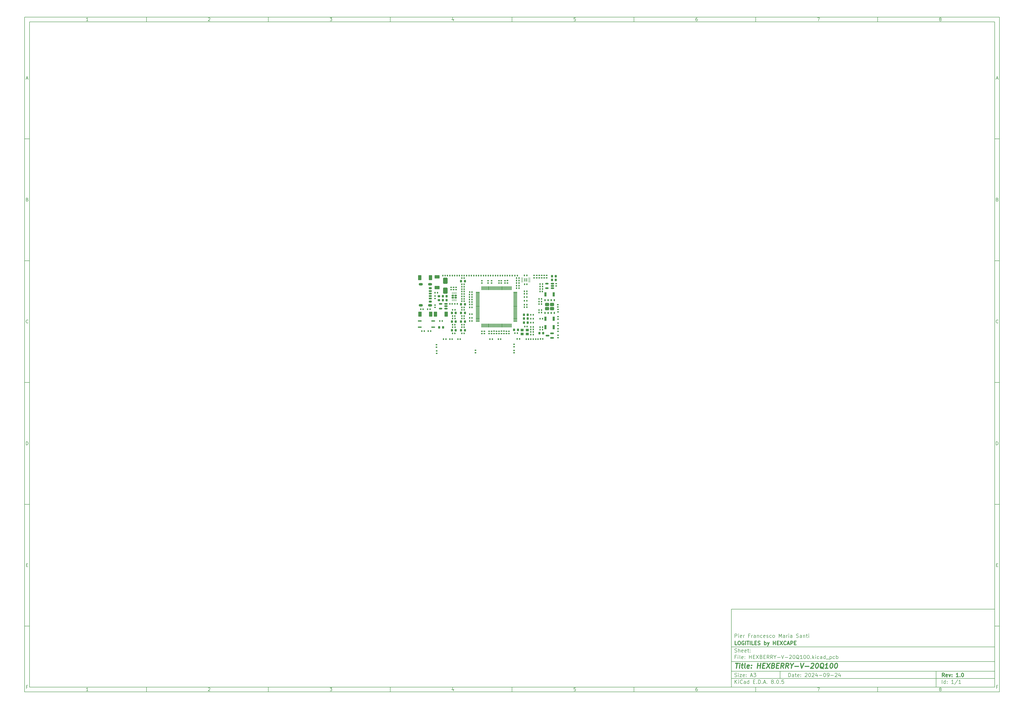
<source format=gtp>
%TF.GenerationSoftware,KiCad,Pcbnew,8.0.5-8.0.5-0~ubuntu24.04.1*%
%TF.CreationDate,2024-09-24T12:38:38+02:00*%
%TF.ProjectId,HEXBERRY-V-20Q100,48455842-4552-4525-992d-562d32305131,1.0*%
%TF.SameCoordinates,PX5f5e100PY5f5e100*%
%TF.FileFunction,Paste,Top*%
%TF.FilePolarity,Positive*%
%FSLAX46Y46*%
G04 Gerber Fmt 4.6, Leading zero omitted, Abs format (unit mm)*
G04 Created by KiCad (PCBNEW 8.0.5-8.0.5-0~ubuntu24.04.1) date 2024-09-24 12:38:38*
%MOMM*%
%LPD*%
G01*
G04 APERTURE LIST*
G04 Aperture macros list*
%AMRoundRect*
0 Rectangle with rounded corners*
0 $1 Rounding radius*
0 $2 $3 $4 $5 $6 $7 $8 $9 X,Y pos of 4 corners*
0 Add a 4 corners polygon primitive as box body*
4,1,4,$2,$3,$4,$5,$6,$7,$8,$9,$2,$3,0*
0 Add four circle primitives for the rounded corners*
1,1,$1+$1,$2,$3*
1,1,$1+$1,$4,$5*
1,1,$1+$1,$6,$7*
1,1,$1+$1,$8,$9*
0 Add four rect primitives between the rounded corners*
20,1,$1+$1,$2,$3,$4,$5,0*
20,1,$1+$1,$4,$5,$6,$7,0*
20,1,$1+$1,$6,$7,$8,$9,0*
20,1,$1+$1,$8,$9,$2,$3,0*%
G04 Aperture macros list end*
%ADD10C,0.100000*%
%ADD11C,0.150000*%
%ADD12C,0.300000*%
%ADD13C,0.400000*%
%ADD14RoundRect,0.135000X-0.135000X-0.185000X0.135000X-0.185000X0.135000X0.185000X-0.135000X0.185000X0*%
%ADD15RoundRect,0.135000X0.185000X-0.135000X0.185000X0.135000X-0.185000X0.135000X-0.185000X-0.135000X0*%
%ADD16RoundRect,0.140000X0.140000X0.170000X-0.140000X0.170000X-0.140000X-0.170000X0.140000X-0.170000X0*%
%ADD17R,1.300000X1.100000*%
%ADD18RoundRect,0.147500X-0.172500X0.147500X-0.172500X-0.147500X0.172500X-0.147500X0.172500X0.147500X0*%
%ADD19RoundRect,0.147500X-0.147500X-0.172500X0.147500X-0.172500X0.147500X0.172500X-0.147500X0.172500X0*%
%ADD20RoundRect,0.225000X0.225000X0.250000X-0.225000X0.250000X-0.225000X-0.250000X0.225000X-0.250000X0*%
%ADD21RoundRect,0.150000X0.587500X0.150000X-0.587500X0.150000X-0.587500X-0.150000X0.587500X-0.150000X0*%
%ADD22RoundRect,0.075000X0.725000X0.075000X-0.725000X0.075000X-0.725000X-0.075000X0.725000X-0.075000X0*%
%ADD23RoundRect,0.075000X0.075000X0.725000X-0.075000X0.725000X-0.075000X-0.725000X0.075000X-0.725000X0*%
%ADD24RoundRect,0.140000X-0.140000X-0.170000X0.140000X-0.170000X0.140000X0.170000X-0.140000X0.170000X0*%
%ADD25RoundRect,0.135000X-0.185000X0.135000X-0.185000X-0.135000X0.185000X-0.135000X0.185000X0.135000X0*%
%ADD26RoundRect,0.140000X-0.170000X0.140000X-0.170000X-0.140000X0.170000X-0.140000X0.170000X0.140000X0*%
%ADD27RoundRect,0.140000X0.170000X-0.140000X0.170000X0.140000X-0.170000X0.140000X-0.170000X-0.140000X0*%
%ADD28RoundRect,0.135000X0.135000X0.185000X-0.135000X0.185000X-0.135000X-0.185000X0.135000X-0.185000X0*%
%ADD29RoundRect,0.218750X-0.218750X-0.256250X0.218750X-0.256250X0.218750X0.256250X-0.218750X0.256250X0*%
%ADD30RoundRect,0.147500X0.147500X0.172500X-0.147500X0.172500X-0.147500X-0.172500X0.147500X-0.172500X0*%
%ADD31RoundRect,0.175000X-0.425000X0.175000X-0.425000X-0.175000X0.425000X-0.175000X0.425000X0.175000X0*%
%ADD32RoundRect,0.190000X0.410000X-0.190000X0.410000X0.190000X-0.410000X0.190000X-0.410000X-0.190000X0*%
%ADD33RoundRect,0.200000X0.400000X-0.200000X0.400000X0.200000X-0.400000X0.200000X-0.400000X-0.200000X0*%
%ADD34RoundRect,0.175000X0.425000X-0.175000X0.425000X0.175000X-0.425000X0.175000X-0.425000X-0.175000X0*%
%ADD35RoundRect,0.190000X-0.410000X0.190000X-0.410000X-0.190000X0.410000X-0.190000X0.410000X0.190000X0*%
%ADD36RoundRect,0.200000X-0.400000X0.200000X-0.400000X-0.200000X0.400000X-0.200000X0.400000X0.200000X0*%
%ADD37O,1.700000X1.100000*%
%ADD38R,0.900000X1.700000*%
%ADD39RoundRect,0.147500X0.172500X-0.147500X0.172500X0.147500X-0.172500X0.147500X-0.172500X-0.147500X0*%
%ADD40RoundRect,0.250000X-0.555000X0.435000X-0.555000X-0.435000X0.555000X-0.435000X0.555000X0.435000X0*%
%ADD41RoundRect,0.125000X-0.125000X0.262500X-0.125000X-0.262500X0.125000X-0.262500X0.125000X0.262500X0*%
%ADD42RoundRect,0.250000X-0.650000X1.000000X-0.650000X-1.000000X0.650000X-1.000000X0.650000X1.000000X0*%
%ADD43RoundRect,0.250000X0.450000X0.800000X-0.450000X0.800000X-0.450000X-0.800000X0.450000X-0.800000X0*%
%ADD44RoundRect,0.150000X0.512500X0.150000X-0.512500X0.150000X-0.512500X-0.150000X0.512500X-0.150000X0*%
%ADD45RoundRect,0.167500X0.312500X-0.167500X0.312500X0.167500X-0.312500X0.167500X-0.312500X-0.167500X0*%
%ADD46RoundRect,0.062500X0.062500X-0.362500X0.062500X0.362500X-0.062500X0.362500X-0.062500X-0.362500X0*%
%ADD47RoundRect,0.218750X0.218750X0.256250X-0.218750X0.256250X-0.218750X-0.256250X0.218750X-0.256250X0*%
%ADD48RoundRect,0.137500X-0.587500X-0.137500X0.587500X-0.137500X0.587500X0.137500X-0.587500X0.137500X0*%
%ADD49RoundRect,0.250000X0.800000X-0.450000X0.800000X0.450000X-0.800000X0.450000X-0.800000X-0.450000X0*%
%ADD50RoundRect,0.225000X-0.250000X0.225000X-0.250000X-0.225000X0.250000X-0.225000X0.250000X0.225000X0*%
%ADD51RoundRect,0.140000X0.140000X0.140000X-0.140000X0.140000X-0.140000X-0.140000X0.140000X-0.140000X0*%
%ADD52RoundRect,0.062500X0.325000X0.062500X-0.325000X0.062500X-0.325000X-0.062500X0.325000X-0.062500X0*%
G04 APERTURE END LIST*
D10*
D11*
X199989000Y-153002200D02*
X307989000Y-153002200D01*
X307989000Y-185002200D01*
X199989000Y-185002200D01*
X199989000Y-153002200D01*
D10*
D11*
X-90000000Y90000000D02*
X309989000Y90000000D01*
X309989000Y-187002200D01*
X-90000000Y-187002200D01*
X-90000000Y90000000D01*
D10*
D11*
X-88000000Y88000000D02*
X307989000Y88000000D01*
X307989000Y-185002200D01*
X-88000000Y-185002200D01*
X-88000000Y88000000D01*
D10*
D11*
X-40000000Y88000000D02*
X-40000000Y90000000D01*
D10*
D11*
X10000000Y88000000D02*
X10000000Y90000000D01*
D10*
D11*
X60000000Y88000000D02*
X60000000Y90000000D01*
D10*
D11*
X110000000Y88000000D02*
X110000000Y90000000D01*
D10*
D11*
X160000000Y88000000D02*
X160000000Y90000000D01*
D10*
D11*
X210000000Y88000000D02*
X210000000Y90000000D01*
D10*
D11*
X260000000Y88000000D02*
X260000000Y90000000D01*
D10*
D11*
X-63910840Y88406396D02*
X-64653697Y88406396D01*
X-64282269Y88406396D02*
X-64282269Y89706396D01*
X-64282269Y89706396D02*
X-64406078Y89520681D01*
X-64406078Y89520681D02*
X-64529888Y89396872D01*
X-64529888Y89396872D02*
X-64653697Y89334967D01*
D10*
D11*
X-14653697Y89582586D02*
X-14591793Y89644491D01*
X-14591793Y89644491D02*
X-14467983Y89706396D01*
X-14467983Y89706396D02*
X-14158459Y89706396D01*
X-14158459Y89706396D02*
X-14034650Y89644491D01*
X-14034650Y89644491D02*
X-13972745Y89582586D01*
X-13972745Y89582586D02*
X-13910840Y89458777D01*
X-13910840Y89458777D02*
X-13910840Y89334967D01*
X-13910840Y89334967D02*
X-13972745Y89149253D01*
X-13972745Y89149253D02*
X-14715602Y88406396D01*
X-14715602Y88406396D02*
X-13910840Y88406396D01*
D10*
D11*
X35284398Y89706396D02*
X36089160Y89706396D01*
X36089160Y89706396D02*
X35655826Y89211158D01*
X35655826Y89211158D02*
X35841541Y89211158D01*
X35841541Y89211158D02*
X35965350Y89149253D01*
X35965350Y89149253D02*
X36027255Y89087348D01*
X36027255Y89087348D02*
X36089160Y88963539D01*
X36089160Y88963539D02*
X36089160Y88654015D01*
X36089160Y88654015D02*
X36027255Y88530205D01*
X36027255Y88530205D02*
X35965350Y88468300D01*
X35965350Y88468300D02*
X35841541Y88406396D01*
X35841541Y88406396D02*
X35470112Y88406396D01*
X35470112Y88406396D02*
X35346303Y88468300D01*
X35346303Y88468300D02*
X35284398Y88530205D01*
D10*
D11*
X85965350Y89273062D02*
X85965350Y88406396D01*
X85655826Y89768300D02*
X85346303Y88839729D01*
X85346303Y88839729D02*
X86151064Y88839729D01*
D10*
D11*
X136027255Y89706396D02*
X135408207Y89706396D01*
X135408207Y89706396D02*
X135346303Y89087348D01*
X135346303Y89087348D02*
X135408207Y89149253D01*
X135408207Y89149253D02*
X135532017Y89211158D01*
X135532017Y89211158D02*
X135841541Y89211158D01*
X135841541Y89211158D02*
X135965350Y89149253D01*
X135965350Y89149253D02*
X136027255Y89087348D01*
X136027255Y89087348D02*
X136089160Y88963539D01*
X136089160Y88963539D02*
X136089160Y88654015D01*
X136089160Y88654015D02*
X136027255Y88530205D01*
X136027255Y88530205D02*
X135965350Y88468300D01*
X135965350Y88468300D02*
X135841541Y88406396D01*
X135841541Y88406396D02*
X135532017Y88406396D01*
X135532017Y88406396D02*
X135408207Y88468300D01*
X135408207Y88468300D02*
X135346303Y88530205D01*
D10*
D11*
X185965350Y89706396D02*
X185717731Y89706396D01*
X185717731Y89706396D02*
X185593922Y89644491D01*
X185593922Y89644491D02*
X185532017Y89582586D01*
X185532017Y89582586D02*
X185408207Y89396872D01*
X185408207Y89396872D02*
X185346303Y89149253D01*
X185346303Y89149253D02*
X185346303Y88654015D01*
X185346303Y88654015D02*
X185408207Y88530205D01*
X185408207Y88530205D02*
X185470112Y88468300D01*
X185470112Y88468300D02*
X185593922Y88406396D01*
X185593922Y88406396D02*
X185841541Y88406396D01*
X185841541Y88406396D02*
X185965350Y88468300D01*
X185965350Y88468300D02*
X186027255Y88530205D01*
X186027255Y88530205D02*
X186089160Y88654015D01*
X186089160Y88654015D02*
X186089160Y88963539D01*
X186089160Y88963539D02*
X186027255Y89087348D01*
X186027255Y89087348D02*
X185965350Y89149253D01*
X185965350Y89149253D02*
X185841541Y89211158D01*
X185841541Y89211158D02*
X185593922Y89211158D01*
X185593922Y89211158D02*
X185470112Y89149253D01*
X185470112Y89149253D02*
X185408207Y89087348D01*
X185408207Y89087348D02*
X185346303Y88963539D01*
D10*
D11*
X235284398Y89706396D02*
X236151064Y89706396D01*
X236151064Y89706396D02*
X235593922Y88406396D01*
D10*
D11*
X285593922Y89149253D02*
X285470112Y89211158D01*
X285470112Y89211158D02*
X285408207Y89273062D01*
X285408207Y89273062D02*
X285346303Y89396872D01*
X285346303Y89396872D02*
X285346303Y89458777D01*
X285346303Y89458777D02*
X285408207Y89582586D01*
X285408207Y89582586D02*
X285470112Y89644491D01*
X285470112Y89644491D02*
X285593922Y89706396D01*
X285593922Y89706396D02*
X285841541Y89706396D01*
X285841541Y89706396D02*
X285965350Y89644491D01*
X285965350Y89644491D02*
X286027255Y89582586D01*
X286027255Y89582586D02*
X286089160Y89458777D01*
X286089160Y89458777D02*
X286089160Y89396872D01*
X286089160Y89396872D02*
X286027255Y89273062D01*
X286027255Y89273062D02*
X285965350Y89211158D01*
X285965350Y89211158D02*
X285841541Y89149253D01*
X285841541Y89149253D02*
X285593922Y89149253D01*
X285593922Y89149253D02*
X285470112Y89087348D01*
X285470112Y89087348D02*
X285408207Y89025443D01*
X285408207Y89025443D02*
X285346303Y88901634D01*
X285346303Y88901634D02*
X285346303Y88654015D01*
X285346303Y88654015D02*
X285408207Y88530205D01*
X285408207Y88530205D02*
X285470112Y88468300D01*
X285470112Y88468300D02*
X285593922Y88406396D01*
X285593922Y88406396D02*
X285841541Y88406396D01*
X285841541Y88406396D02*
X285965350Y88468300D01*
X285965350Y88468300D02*
X286027255Y88530205D01*
X286027255Y88530205D02*
X286089160Y88654015D01*
X286089160Y88654015D02*
X286089160Y88901634D01*
X286089160Y88901634D02*
X286027255Y89025443D01*
X286027255Y89025443D02*
X285965350Y89087348D01*
X285965350Y89087348D02*
X285841541Y89149253D01*
D10*
D11*
X-40000000Y-185002200D02*
X-40000000Y-187002200D01*
D10*
D11*
X10000000Y-185002200D02*
X10000000Y-187002200D01*
D10*
D11*
X60000000Y-185002200D02*
X60000000Y-187002200D01*
D10*
D11*
X110000000Y-185002200D02*
X110000000Y-187002200D01*
D10*
D11*
X160000000Y-185002200D02*
X160000000Y-187002200D01*
D10*
D11*
X210000000Y-185002200D02*
X210000000Y-187002200D01*
D10*
D11*
X260000000Y-185002200D02*
X260000000Y-187002200D01*
D10*
D11*
X-63910840Y-186595804D02*
X-64653697Y-186595804D01*
X-64282269Y-186595804D02*
X-64282269Y-185295804D01*
X-64282269Y-185295804D02*
X-64406078Y-185481519D01*
X-64406078Y-185481519D02*
X-64529888Y-185605328D01*
X-64529888Y-185605328D02*
X-64653697Y-185667233D01*
D10*
D11*
X-14653697Y-185419614D02*
X-14591793Y-185357709D01*
X-14591793Y-185357709D02*
X-14467983Y-185295804D01*
X-14467983Y-185295804D02*
X-14158459Y-185295804D01*
X-14158459Y-185295804D02*
X-14034650Y-185357709D01*
X-14034650Y-185357709D02*
X-13972745Y-185419614D01*
X-13972745Y-185419614D02*
X-13910840Y-185543423D01*
X-13910840Y-185543423D02*
X-13910840Y-185667233D01*
X-13910840Y-185667233D02*
X-13972745Y-185852947D01*
X-13972745Y-185852947D02*
X-14715602Y-186595804D01*
X-14715602Y-186595804D02*
X-13910840Y-186595804D01*
D10*
D11*
X35284398Y-185295804D02*
X36089160Y-185295804D01*
X36089160Y-185295804D02*
X35655826Y-185791042D01*
X35655826Y-185791042D02*
X35841541Y-185791042D01*
X35841541Y-185791042D02*
X35965350Y-185852947D01*
X35965350Y-185852947D02*
X36027255Y-185914852D01*
X36027255Y-185914852D02*
X36089160Y-186038661D01*
X36089160Y-186038661D02*
X36089160Y-186348185D01*
X36089160Y-186348185D02*
X36027255Y-186471995D01*
X36027255Y-186471995D02*
X35965350Y-186533900D01*
X35965350Y-186533900D02*
X35841541Y-186595804D01*
X35841541Y-186595804D02*
X35470112Y-186595804D01*
X35470112Y-186595804D02*
X35346303Y-186533900D01*
X35346303Y-186533900D02*
X35284398Y-186471995D01*
D10*
D11*
X85965350Y-185729138D02*
X85965350Y-186595804D01*
X85655826Y-185233900D02*
X85346303Y-186162471D01*
X85346303Y-186162471D02*
X86151064Y-186162471D01*
D10*
D11*
X136027255Y-185295804D02*
X135408207Y-185295804D01*
X135408207Y-185295804D02*
X135346303Y-185914852D01*
X135346303Y-185914852D02*
X135408207Y-185852947D01*
X135408207Y-185852947D02*
X135532017Y-185791042D01*
X135532017Y-185791042D02*
X135841541Y-185791042D01*
X135841541Y-185791042D02*
X135965350Y-185852947D01*
X135965350Y-185852947D02*
X136027255Y-185914852D01*
X136027255Y-185914852D02*
X136089160Y-186038661D01*
X136089160Y-186038661D02*
X136089160Y-186348185D01*
X136089160Y-186348185D02*
X136027255Y-186471995D01*
X136027255Y-186471995D02*
X135965350Y-186533900D01*
X135965350Y-186533900D02*
X135841541Y-186595804D01*
X135841541Y-186595804D02*
X135532017Y-186595804D01*
X135532017Y-186595804D02*
X135408207Y-186533900D01*
X135408207Y-186533900D02*
X135346303Y-186471995D01*
D10*
D11*
X185965350Y-185295804D02*
X185717731Y-185295804D01*
X185717731Y-185295804D02*
X185593922Y-185357709D01*
X185593922Y-185357709D02*
X185532017Y-185419614D01*
X185532017Y-185419614D02*
X185408207Y-185605328D01*
X185408207Y-185605328D02*
X185346303Y-185852947D01*
X185346303Y-185852947D02*
X185346303Y-186348185D01*
X185346303Y-186348185D02*
X185408207Y-186471995D01*
X185408207Y-186471995D02*
X185470112Y-186533900D01*
X185470112Y-186533900D02*
X185593922Y-186595804D01*
X185593922Y-186595804D02*
X185841541Y-186595804D01*
X185841541Y-186595804D02*
X185965350Y-186533900D01*
X185965350Y-186533900D02*
X186027255Y-186471995D01*
X186027255Y-186471995D02*
X186089160Y-186348185D01*
X186089160Y-186348185D02*
X186089160Y-186038661D01*
X186089160Y-186038661D02*
X186027255Y-185914852D01*
X186027255Y-185914852D02*
X185965350Y-185852947D01*
X185965350Y-185852947D02*
X185841541Y-185791042D01*
X185841541Y-185791042D02*
X185593922Y-185791042D01*
X185593922Y-185791042D02*
X185470112Y-185852947D01*
X185470112Y-185852947D02*
X185408207Y-185914852D01*
X185408207Y-185914852D02*
X185346303Y-186038661D01*
D10*
D11*
X235284398Y-185295804D02*
X236151064Y-185295804D01*
X236151064Y-185295804D02*
X235593922Y-186595804D01*
D10*
D11*
X285593922Y-185852947D02*
X285470112Y-185791042D01*
X285470112Y-185791042D02*
X285408207Y-185729138D01*
X285408207Y-185729138D02*
X285346303Y-185605328D01*
X285346303Y-185605328D02*
X285346303Y-185543423D01*
X285346303Y-185543423D02*
X285408207Y-185419614D01*
X285408207Y-185419614D02*
X285470112Y-185357709D01*
X285470112Y-185357709D02*
X285593922Y-185295804D01*
X285593922Y-185295804D02*
X285841541Y-185295804D01*
X285841541Y-185295804D02*
X285965350Y-185357709D01*
X285965350Y-185357709D02*
X286027255Y-185419614D01*
X286027255Y-185419614D02*
X286089160Y-185543423D01*
X286089160Y-185543423D02*
X286089160Y-185605328D01*
X286089160Y-185605328D02*
X286027255Y-185729138D01*
X286027255Y-185729138D02*
X285965350Y-185791042D01*
X285965350Y-185791042D02*
X285841541Y-185852947D01*
X285841541Y-185852947D02*
X285593922Y-185852947D01*
X285593922Y-185852947D02*
X285470112Y-185914852D01*
X285470112Y-185914852D02*
X285408207Y-185976757D01*
X285408207Y-185976757D02*
X285346303Y-186100566D01*
X285346303Y-186100566D02*
X285346303Y-186348185D01*
X285346303Y-186348185D02*
X285408207Y-186471995D01*
X285408207Y-186471995D02*
X285470112Y-186533900D01*
X285470112Y-186533900D02*
X285593922Y-186595804D01*
X285593922Y-186595804D02*
X285841541Y-186595804D01*
X285841541Y-186595804D02*
X285965350Y-186533900D01*
X285965350Y-186533900D02*
X286027255Y-186471995D01*
X286027255Y-186471995D02*
X286089160Y-186348185D01*
X286089160Y-186348185D02*
X286089160Y-186100566D01*
X286089160Y-186100566D02*
X286027255Y-185976757D01*
X286027255Y-185976757D02*
X285965350Y-185914852D01*
X285965350Y-185914852D02*
X285841541Y-185852947D01*
D10*
D11*
X-90000000Y40000000D02*
X-88000000Y40000000D01*
D10*
D11*
X-90000000Y-10000000D02*
X-88000000Y-10000000D01*
D10*
D11*
X-90000000Y-60000000D02*
X-88000000Y-60000000D01*
D10*
D11*
X-90000000Y-110000000D02*
X-88000000Y-110000000D01*
D10*
D11*
X-90000000Y-160000000D02*
X-88000000Y-160000000D01*
D10*
D11*
X-89309524Y64777824D02*
X-88690477Y64777824D01*
X-89433334Y64406396D02*
X-89000001Y65706396D01*
X-89000001Y65706396D02*
X-88566667Y64406396D01*
D10*
D11*
X-88907143Y15087348D02*
X-88721429Y15025443D01*
X-88721429Y15025443D02*
X-88659524Y14963539D01*
X-88659524Y14963539D02*
X-88597620Y14839729D01*
X-88597620Y14839729D02*
X-88597620Y14654015D01*
X-88597620Y14654015D02*
X-88659524Y14530205D01*
X-88659524Y14530205D02*
X-88721429Y14468300D01*
X-88721429Y14468300D02*
X-88845239Y14406396D01*
X-88845239Y14406396D02*
X-89340477Y14406396D01*
X-89340477Y14406396D02*
X-89340477Y15706396D01*
X-89340477Y15706396D02*
X-88907143Y15706396D01*
X-88907143Y15706396D02*
X-88783334Y15644491D01*
X-88783334Y15644491D02*
X-88721429Y15582586D01*
X-88721429Y15582586D02*
X-88659524Y15458777D01*
X-88659524Y15458777D02*
X-88659524Y15334967D01*
X-88659524Y15334967D02*
X-88721429Y15211158D01*
X-88721429Y15211158D02*
X-88783334Y15149253D01*
X-88783334Y15149253D02*
X-88907143Y15087348D01*
X-88907143Y15087348D02*
X-89340477Y15087348D01*
D10*
D11*
X-88597620Y-35469795D02*
X-88659524Y-35531700D01*
X-88659524Y-35531700D02*
X-88845239Y-35593604D01*
X-88845239Y-35593604D02*
X-88969048Y-35593604D01*
X-88969048Y-35593604D02*
X-89154762Y-35531700D01*
X-89154762Y-35531700D02*
X-89278572Y-35407890D01*
X-89278572Y-35407890D02*
X-89340477Y-35284080D01*
X-89340477Y-35284080D02*
X-89402381Y-35036461D01*
X-89402381Y-35036461D02*
X-89402381Y-34850747D01*
X-89402381Y-34850747D02*
X-89340477Y-34603128D01*
X-89340477Y-34603128D02*
X-89278572Y-34479319D01*
X-89278572Y-34479319D02*
X-89154762Y-34355509D01*
X-89154762Y-34355509D02*
X-88969048Y-34293604D01*
X-88969048Y-34293604D02*
X-88845239Y-34293604D01*
X-88845239Y-34293604D02*
X-88659524Y-34355509D01*
X-88659524Y-34355509D02*
X-88597620Y-34417414D01*
D10*
D11*
X-89340477Y-85593604D02*
X-89340477Y-84293604D01*
X-89340477Y-84293604D02*
X-89030953Y-84293604D01*
X-89030953Y-84293604D02*
X-88845239Y-84355509D01*
X-88845239Y-84355509D02*
X-88721429Y-84479319D01*
X-88721429Y-84479319D02*
X-88659524Y-84603128D01*
X-88659524Y-84603128D02*
X-88597620Y-84850747D01*
X-88597620Y-84850747D02*
X-88597620Y-85036461D01*
X-88597620Y-85036461D02*
X-88659524Y-85284080D01*
X-88659524Y-85284080D02*
X-88721429Y-85407890D01*
X-88721429Y-85407890D02*
X-88845239Y-85531700D01*
X-88845239Y-85531700D02*
X-89030953Y-85593604D01*
X-89030953Y-85593604D02*
X-89340477Y-85593604D01*
D10*
D11*
X-89278572Y-134912652D02*
X-88845238Y-134912652D01*
X-88659524Y-135593604D02*
X-89278572Y-135593604D01*
X-89278572Y-135593604D02*
X-89278572Y-134293604D01*
X-89278572Y-134293604D02*
X-88659524Y-134293604D01*
D10*
D11*
X-88814286Y-184912652D02*
X-89247620Y-184912652D01*
X-89247620Y-185593604D02*
X-89247620Y-184293604D01*
X-89247620Y-184293604D02*
X-88628572Y-184293604D01*
D10*
D11*
X309989000Y40000000D02*
X307989000Y40000000D01*
D10*
D11*
X309989000Y-10000000D02*
X307989000Y-10000000D01*
D10*
D11*
X309989000Y-60000000D02*
X307989000Y-60000000D01*
D10*
D11*
X309989000Y-110000000D02*
X307989000Y-110000000D01*
D10*
D11*
X309989000Y-160000000D02*
X307989000Y-160000000D01*
D10*
D11*
X308679476Y64777824D02*
X309298523Y64777824D01*
X308555666Y64406396D02*
X308988999Y65706396D01*
X308988999Y65706396D02*
X309422333Y64406396D01*
D10*
D11*
X309081857Y15087348D02*
X309267571Y15025443D01*
X309267571Y15025443D02*
X309329476Y14963539D01*
X309329476Y14963539D02*
X309391380Y14839729D01*
X309391380Y14839729D02*
X309391380Y14654015D01*
X309391380Y14654015D02*
X309329476Y14530205D01*
X309329476Y14530205D02*
X309267571Y14468300D01*
X309267571Y14468300D02*
X309143761Y14406396D01*
X309143761Y14406396D02*
X308648523Y14406396D01*
X308648523Y14406396D02*
X308648523Y15706396D01*
X308648523Y15706396D02*
X309081857Y15706396D01*
X309081857Y15706396D02*
X309205666Y15644491D01*
X309205666Y15644491D02*
X309267571Y15582586D01*
X309267571Y15582586D02*
X309329476Y15458777D01*
X309329476Y15458777D02*
X309329476Y15334967D01*
X309329476Y15334967D02*
X309267571Y15211158D01*
X309267571Y15211158D02*
X309205666Y15149253D01*
X309205666Y15149253D02*
X309081857Y15087348D01*
X309081857Y15087348D02*
X308648523Y15087348D01*
D10*
D11*
X309391380Y-35469795D02*
X309329476Y-35531700D01*
X309329476Y-35531700D02*
X309143761Y-35593604D01*
X309143761Y-35593604D02*
X309019952Y-35593604D01*
X309019952Y-35593604D02*
X308834238Y-35531700D01*
X308834238Y-35531700D02*
X308710428Y-35407890D01*
X308710428Y-35407890D02*
X308648523Y-35284080D01*
X308648523Y-35284080D02*
X308586619Y-35036461D01*
X308586619Y-35036461D02*
X308586619Y-34850747D01*
X308586619Y-34850747D02*
X308648523Y-34603128D01*
X308648523Y-34603128D02*
X308710428Y-34479319D01*
X308710428Y-34479319D02*
X308834238Y-34355509D01*
X308834238Y-34355509D02*
X309019952Y-34293604D01*
X309019952Y-34293604D02*
X309143761Y-34293604D01*
X309143761Y-34293604D02*
X309329476Y-34355509D01*
X309329476Y-34355509D02*
X309391380Y-34417414D01*
D10*
D11*
X308648523Y-85593604D02*
X308648523Y-84293604D01*
X308648523Y-84293604D02*
X308958047Y-84293604D01*
X308958047Y-84293604D02*
X309143761Y-84355509D01*
X309143761Y-84355509D02*
X309267571Y-84479319D01*
X309267571Y-84479319D02*
X309329476Y-84603128D01*
X309329476Y-84603128D02*
X309391380Y-84850747D01*
X309391380Y-84850747D02*
X309391380Y-85036461D01*
X309391380Y-85036461D02*
X309329476Y-85284080D01*
X309329476Y-85284080D02*
X309267571Y-85407890D01*
X309267571Y-85407890D02*
X309143761Y-85531700D01*
X309143761Y-85531700D02*
X308958047Y-85593604D01*
X308958047Y-85593604D02*
X308648523Y-85593604D01*
D10*
D11*
X308710428Y-134912652D02*
X309143762Y-134912652D01*
X309329476Y-135593604D02*
X308710428Y-135593604D01*
X308710428Y-135593604D02*
X308710428Y-134293604D01*
X308710428Y-134293604D02*
X309329476Y-134293604D01*
D10*
D11*
X309174714Y-184912652D02*
X308741380Y-184912652D01*
X308741380Y-185593604D02*
X308741380Y-184293604D01*
X308741380Y-184293604D02*
X309360428Y-184293604D01*
D10*
D11*
X223444826Y-180788328D02*
X223444826Y-179288328D01*
X223444826Y-179288328D02*
X223801969Y-179288328D01*
X223801969Y-179288328D02*
X224016255Y-179359757D01*
X224016255Y-179359757D02*
X224159112Y-179502614D01*
X224159112Y-179502614D02*
X224230541Y-179645471D01*
X224230541Y-179645471D02*
X224301969Y-179931185D01*
X224301969Y-179931185D02*
X224301969Y-180145471D01*
X224301969Y-180145471D02*
X224230541Y-180431185D01*
X224230541Y-180431185D02*
X224159112Y-180574042D01*
X224159112Y-180574042D02*
X224016255Y-180716900D01*
X224016255Y-180716900D02*
X223801969Y-180788328D01*
X223801969Y-180788328D02*
X223444826Y-180788328D01*
X225587684Y-180788328D02*
X225587684Y-180002614D01*
X225587684Y-180002614D02*
X225516255Y-179859757D01*
X225516255Y-179859757D02*
X225373398Y-179788328D01*
X225373398Y-179788328D02*
X225087684Y-179788328D01*
X225087684Y-179788328D02*
X224944826Y-179859757D01*
X225587684Y-180716900D02*
X225444826Y-180788328D01*
X225444826Y-180788328D02*
X225087684Y-180788328D01*
X225087684Y-180788328D02*
X224944826Y-180716900D01*
X224944826Y-180716900D02*
X224873398Y-180574042D01*
X224873398Y-180574042D02*
X224873398Y-180431185D01*
X224873398Y-180431185D02*
X224944826Y-180288328D01*
X224944826Y-180288328D02*
X225087684Y-180216900D01*
X225087684Y-180216900D02*
X225444826Y-180216900D01*
X225444826Y-180216900D02*
X225587684Y-180145471D01*
X226087684Y-179788328D02*
X226659112Y-179788328D01*
X226301969Y-179288328D02*
X226301969Y-180574042D01*
X226301969Y-180574042D02*
X226373398Y-180716900D01*
X226373398Y-180716900D02*
X226516255Y-180788328D01*
X226516255Y-180788328D02*
X226659112Y-180788328D01*
X227730541Y-180716900D02*
X227587684Y-180788328D01*
X227587684Y-180788328D02*
X227301970Y-180788328D01*
X227301970Y-180788328D02*
X227159112Y-180716900D01*
X227159112Y-180716900D02*
X227087684Y-180574042D01*
X227087684Y-180574042D02*
X227087684Y-180002614D01*
X227087684Y-180002614D02*
X227159112Y-179859757D01*
X227159112Y-179859757D02*
X227301970Y-179788328D01*
X227301970Y-179788328D02*
X227587684Y-179788328D01*
X227587684Y-179788328D02*
X227730541Y-179859757D01*
X227730541Y-179859757D02*
X227801970Y-180002614D01*
X227801970Y-180002614D02*
X227801970Y-180145471D01*
X227801970Y-180145471D02*
X227087684Y-180288328D01*
X228444826Y-180645471D02*
X228516255Y-180716900D01*
X228516255Y-180716900D02*
X228444826Y-180788328D01*
X228444826Y-180788328D02*
X228373398Y-180716900D01*
X228373398Y-180716900D02*
X228444826Y-180645471D01*
X228444826Y-180645471D02*
X228444826Y-180788328D01*
X228444826Y-179859757D02*
X228516255Y-179931185D01*
X228516255Y-179931185D02*
X228444826Y-180002614D01*
X228444826Y-180002614D02*
X228373398Y-179931185D01*
X228373398Y-179931185D02*
X228444826Y-179859757D01*
X228444826Y-179859757D02*
X228444826Y-180002614D01*
X230230541Y-179431185D02*
X230301969Y-179359757D01*
X230301969Y-179359757D02*
X230444827Y-179288328D01*
X230444827Y-179288328D02*
X230801969Y-179288328D01*
X230801969Y-179288328D02*
X230944827Y-179359757D01*
X230944827Y-179359757D02*
X231016255Y-179431185D01*
X231016255Y-179431185D02*
X231087684Y-179574042D01*
X231087684Y-179574042D02*
X231087684Y-179716900D01*
X231087684Y-179716900D02*
X231016255Y-179931185D01*
X231016255Y-179931185D02*
X230159112Y-180788328D01*
X230159112Y-180788328D02*
X231087684Y-180788328D01*
X232016255Y-179288328D02*
X232159112Y-179288328D01*
X232159112Y-179288328D02*
X232301969Y-179359757D01*
X232301969Y-179359757D02*
X232373398Y-179431185D01*
X232373398Y-179431185D02*
X232444826Y-179574042D01*
X232444826Y-179574042D02*
X232516255Y-179859757D01*
X232516255Y-179859757D02*
X232516255Y-180216900D01*
X232516255Y-180216900D02*
X232444826Y-180502614D01*
X232444826Y-180502614D02*
X232373398Y-180645471D01*
X232373398Y-180645471D02*
X232301969Y-180716900D01*
X232301969Y-180716900D02*
X232159112Y-180788328D01*
X232159112Y-180788328D02*
X232016255Y-180788328D01*
X232016255Y-180788328D02*
X231873398Y-180716900D01*
X231873398Y-180716900D02*
X231801969Y-180645471D01*
X231801969Y-180645471D02*
X231730540Y-180502614D01*
X231730540Y-180502614D02*
X231659112Y-180216900D01*
X231659112Y-180216900D02*
X231659112Y-179859757D01*
X231659112Y-179859757D02*
X231730540Y-179574042D01*
X231730540Y-179574042D02*
X231801969Y-179431185D01*
X231801969Y-179431185D02*
X231873398Y-179359757D01*
X231873398Y-179359757D02*
X232016255Y-179288328D01*
X233087683Y-179431185D02*
X233159111Y-179359757D01*
X233159111Y-179359757D02*
X233301969Y-179288328D01*
X233301969Y-179288328D02*
X233659111Y-179288328D01*
X233659111Y-179288328D02*
X233801969Y-179359757D01*
X233801969Y-179359757D02*
X233873397Y-179431185D01*
X233873397Y-179431185D02*
X233944826Y-179574042D01*
X233944826Y-179574042D02*
X233944826Y-179716900D01*
X233944826Y-179716900D02*
X233873397Y-179931185D01*
X233873397Y-179931185D02*
X233016254Y-180788328D01*
X233016254Y-180788328D02*
X233944826Y-180788328D01*
X235230540Y-179788328D02*
X235230540Y-180788328D01*
X234873397Y-179216900D02*
X234516254Y-180288328D01*
X234516254Y-180288328D02*
X235444825Y-180288328D01*
X236016253Y-180216900D02*
X237159111Y-180216900D01*
X238159111Y-179288328D02*
X238301968Y-179288328D01*
X238301968Y-179288328D02*
X238444825Y-179359757D01*
X238444825Y-179359757D02*
X238516254Y-179431185D01*
X238516254Y-179431185D02*
X238587682Y-179574042D01*
X238587682Y-179574042D02*
X238659111Y-179859757D01*
X238659111Y-179859757D02*
X238659111Y-180216900D01*
X238659111Y-180216900D02*
X238587682Y-180502614D01*
X238587682Y-180502614D02*
X238516254Y-180645471D01*
X238516254Y-180645471D02*
X238444825Y-180716900D01*
X238444825Y-180716900D02*
X238301968Y-180788328D01*
X238301968Y-180788328D02*
X238159111Y-180788328D01*
X238159111Y-180788328D02*
X238016254Y-180716900D01*
X238016254Y-180716900D02*
X237944825Y-180645471D01*
X237944825Y-180645471D02*
X237873396Y-180502614D01*
X237873396Y-180502614D02*
X237801968Y-180216900D01*
X237801968Y-180216900D02*
X237801968Y-179859757D01*
X237801968Y-179859757D02*
X237873396Y-179574042D01*
X237873396Y-179574042D02*
X237944825Y-179431185D01*
X237944825Y-179431185D02*
X238016254Y-179359757D01*
X238016254Y-179359757D02*
X238159111Y-179288328D01*
X239373396Y-180788328D02*
X239659110Y-180788328D01*
X239659110Y-180788328D02*
X239801967Y-180716900D01*
X239801967Y-180716900D02*
X239873396Y-180645471D01*
X239873396Y-180645471D02*
X240016253Y-180431185D01*
X240016253Y-180431185D02*
X240087682Y-180145471D01*
X240087682Y-180145471D02*
X240087682Y-179574042D01*
X240087682Y-179574042D02*
X240016253Y-179431185D01*
X240016253Y-179431185D02*
X239944825Y-179359757D01*
X239944825Y-179359757D02*
X239801967Y-179288328D01*
X239801967Y-179288328D02*
X239516253Y-179288328D01*
X239516253Y-179288328D02*
X239373396Y-179359757D01*
X239373396Y-179359757D02*
X239301967Y-179431185D01*
X239301967Y-179431185D02*
X239230539Y-179574042D01*
X239230539Y-179574042D02*
X239230539Y-179931185D01*
X239230539Y-179931185D02*
X239301967Y-180074042D01*
X239301967Y-180074042D02*
X239373396Y-180145471D01*
X239373396Y-180145471D02*
X239516253Y-180216900D01*
X239516253Y-180216900D02*
X239801967Y-180216900D01*
X239801967Y-180216900D02*
X239944825Y-180145471D01*
X239944825Y-180145471D02*
X240016253Y-180074042D01*
X240016253Y-180074042D02*
X240087682Y-179931185D01*
X240730538Y-180216900D02*
X241873396Y-180216900D01*
X242516253Y-179431185D02*
X242587681Y-179359757D01*
X242587681Y-179359757D02*
X242730539Y-179288328D01*
X242730539Y-179288328D02*
X243087681Y-179288328D01*
X243087681Y-179288328D02*
X243230539Y-179359757D01*
X243230539Y-179359757D02*
X243301967Y-179431185D01*
X243301967Y-179431185D02*
X243373396Y-179574042D01*
X243373396Y-179574042D02*
X243373396Y-179716900D01*
X243373396Y-179716900D02*
X243301967Y-179931185D01*
X243301967Y-179931185D02*
X242444824Y-180788328D01*
X242444824Y-180788328D02*
X243373396Y-180788328D01*
X244659110Y-179788328D02*
X244659110Y-180788328D01*
X244301967Y-179216900D02*
X243944824Y-180288328D01*
X243944824Y-180288328D02*
X244873395Y-180288328D01*
D10*
D11*
X199989000Y-181502200D02*
X307989000Y-181502200D01*
D10*
D11*
X201444826Y-183588328D02*
X201444826Y-182088328D01*
X202301969Y-183588328D02*
X201659112Y-182731185D01*
X202301969Y-182088328D02*
X201444826Y-182945471D01*
X202944826Y-183588328D02*
X202944826Y-182588328D01*
X202944826Y-182088328D02*
X202873398Y-182159757D01*
X202873398Y-182159757D02*
X202944826Y-182231185D01*
X202944826Y-182231185D02*
X203016255Y-182159757D01*
X203016255Y-182159757D02*
X202944826Y-182088328D01*
X202944826Y-182088328D02*
X202944826Y-182231185D01*
X204516255Y-183445471D02*
X204444827Y-183516900D01*
X204444827Y-183516900D02*
X204230541Y-183588328D01*
X204230541Y-183588328D02*
X204087684Y-183588328D01*
X204087684Y-183588328D02*
X203873398Y-183516900D01*
X203873398Y-183516900D02*
X203730541Y-183374042D01*
X203730541Y-183374042D02*
X203659112Y-183231185D01*
X203659112Y-183231185D02*
X203587684Y-182945471D01*
X203587684Y-182945471D02*
X203587684Y-182731185D01*
X203587684Y-182731185D02*
X203659112Y-182445471D01*
X203659112Y-182445471D02*
X203730541Y-182302614D01*
X203730541Y-182302614D02*
X203873398Y-182159757D01*
X203873398Y-182159757D02*
X204087684Y-182088328D01*
X204087684Y-182088328D02*
X204230541Y-182088328D01*
X204230541Y-182088328D02*
X204444827Y-182159757D01*
X204444827Y-182159757D02*
X204516255Y-182231185D01*
X205801970Y-183588328D02*
X205801970Y-182802614D01*
X205801970Y-182802614D02*
X205730541Y-182659757D01*
X205730541Y-182659757D02*
X205587684Y-182588328D01*
X205587684Y-182588328D02*
X205301970Y-182588328D01*
X205301970Y-182588328D02*
X205159112Y-182659757D01*
X205801970Y-183516900D02*
X205659112Y-183588328D01*
X205659112Y-183588328D02*
X205301970Y-183588328D01*
X205301970Y-183588328D02*
X205159112Y-183516900D01*
X205159112Y-183516900D02*
X205087684Y-183374042D01*
X205087684Y-183374042D02*
X205087684Y-183231185D01*
X205087684Y-183231185D02*
X205159112Y-183088328D01*
X205159112Y-183088328D02*
X205301970Y-183016900D01*
X205301970Y-183016900D02*
X205659112Y-183016900D01*
X205659112Y-183016900D02*
X205801970Y-182945471D01*
X207159113Y-183588328D02*
X207159113Y-182088328D01*
X207159113Y-183516900D02*
X207016255Y-183588328D01*
X207016255Y-183588328D02*
X206730541Y-183588328D01*
X206730541Y-183588328D02*
X206587684Y-183516900D01*
X206587684Y-183516900D02*
X206516255Y-183445471D01*
X206516255Y-183445471D02*
X206444827Y-183302614D01*
X206444827Y-183302614D02*
X206444827Y-182874042D01*
X206444827Y-182874042D02*
X206516255Y-182731185D01*
X206516255Y-182731185D02*
X206587684Y-182659757D01*
X206587684Y-182659757D02*
X206730541Y-182588328D01*
X206730541Y-182588328D02*
X207016255Y-182588328D01*
X207016255Y-182588328D02*
X207159113Y-182659757D01*
X209016255Y-182802614D02*
X209516255Y-182802614D01*
X209730541Y-183588328D02*
X209016255Y-183588328D01*
X209016255Y-183588328D02*
X209016255Y-182088328D01*
X209016255Y-182088328D02*
X209730541Y-182088328D01*
X210373398Y-183445471D02*
X210444827Y-183516900D01*
X210444827Y-183516900D02*
X210373398Y-183588328D01*
X210373398Y-183588328D02*
X210301970Y-183516900D01*
X210301970Y-183516900D02*
X210373398Y-183445471D01*
X210373398Y-183445471D02*
X210373398Y-183588328D01*
X211087684Y-183588328D02*
X211087684Y-182088328D01*
X211087684Y-182088328D02*
X211444827Y-182088328D01*
X211444827Y-182088328D02*
X211659113Y-182159757D01*
X211659113Y-182159757D02*
X211801970Y-182302614D01*
X211801970Y-182302614D02*
X211873399Y-182445471D01*
X211873399Y-182445471D02*
X211944827Y-182731185D01*
X211944827Y-182731185D02*
X211944827Y-182945471D01*
X211944827Y-182945471D02*
X211873399Y-183231185D01*
X211873399Y-183231185D02*
X211801970Y-183374042D01*
X211801970Y-183374042D02*
X211659113Y-183516900D01*
X211659113Y-183516900D02*
X211444827Y-183588328D01*
X211444827Y-183588328D02*
X211087684Y-183588328D01*
X212587684Y-183445471D02*
X212659113Y-183516900D01*
X212659113Y-183516900D02*
X212587684Y-183588328D01*
X212587684Y-183588328D02*
X212516256Y-183516900D01*
X212516256Y-183516900D02*
X212587684Y-183445471D01*
X212587684Y-183445471D02*
X212587684Y-183588328D01*
X213230542Y-183159757D02*
X213944828Y-183159757D01*
X213087685Y-183588328D02*
X213587685Y-182088328D01*
X213587685Y-182088328D02*
X214087685Y-183588328D01*
X214587684Y-183445471D02*
X214659113Y-183516900D01*
X214659113Y-183516900D02*
X214587684Y-183588328D01*
X214587684Y-183588328D02*
X214516256Y-183516900D01*
X214516256Y-183516900D02*
X214587684Y-183445471D01*
X214587684Y-183445471D02*
X214587684Y-183588328D01*
X216659113Y-182731185D02*
X216516256Y-182659757D01*
X216516256Y-182659757D02*
X216444827Y-182588328D01*
X216444827Y-182588328D02*
X216373399Y-182445471D01*
X216373399Y-182445471D02*
X216373399Y-182374042D01*
X216373399Y-182374042D02*
X216444827Y-182231185D01*
X216444827Y-182231185D02*
X216516256Y-182159757D01*
X216516256Y-182159757D02*
X216659113Y-182088328D01*
X216659113Y-182088328D02*
X216944827Y-182088328D01*
X216944827Y-182088328D02*
X217087685Y-182159757D01*
X217087685Y-182159757D02*
X217159113Y-182231185D01*
X217159113Y-182231185D02*
X217230542Y-182374042D01*
X217230542Y-182374042D02*
X217230542Y-182445471D01*
X217230542Y-182445471D02*
X217159113Y-182588328D01*
X217159113Y-182588328D02*
X217087685Y-182659757D01*
X217087685Y-182659757D02*
X216944827Y-182731185D01*
X216944827Y-182731185D02*
X216659113Y-182731185D01*
X216659113Y-182731185D02*
X216516256Y-182802614D01*
X216516256Y-182802614D02*
X216444827Y-182874042D01*
X216444827Y-182874042D02*
X216373399Y-183016900D01*
X216373399Y-183016900D02*
X216373399Y-183302614D01*
X216373399Y-183302614D02*
X216444827Y-183445471D01*
X216444827Y-183445471D02*
X216516256Y-183516900D01*
X216516256Y-183516900D02*
X216659113Y-183588328D01*
X216659113Y-183588328D02*
X216944827Y-183588328D01*
X216944827Y-183588328D02*
X217087685Y-183516900D01*
X217087685Y-183516900D02*
X217159113Y-183445471D01*
X217159113Y-183445471D02*
X217230542Y-183302614D01*
X217230542Y-183302614D02*
X217230542Y-183016900D01*
X217230542Y-183016900D02*
X217159113Y-182874042D01*
X217159113Y-182874042D02*
X217087685Y-182802614D01*
X217087685Y-182802614D02*
X216944827Y-182731185D01*
X217873398Y-183445471D02*
X217944827Y-183516900D01*
X217944827Y-183516900D02*
X217873398Y-183588328D01*
X217873398Y-183588328D02*
X217801970Y-183516900D01*
X217801970Y-183516900D02*
X217873398Y-183445471D01*
X217873398Y-183445471D02*
X217873398Y-183588328D01*
X218873399Y-182088328D02*
X219016256Y-182088328D01*
X219016256Y-182088328D02*
X219159113Y-182159757D01*
X219159113Y-182159757D02*
X219230542Y-182231185D01*
X219230542Y-182231185D02*
X219301970Y-182374042D01*
X219301970Y-182374042D02*
X219373399Y-182659757D01*
X219373399Y-182659757D02*
X219373399Y-183016900D01*
X219373399Y-183016900D02*
X219301970Y-183302614D01*
X219301970Y-183302614D02*
X219230542Y-183445471D01*
X219230542Y-183445471D02*
X219159113Y-183516900D01*
X219159113Y-183516900D02*
X219016256Y-183588328D01*
X219016256Y-183588328D02*
X218873399Y-183588328D01*
X218873399Y-183588328D02*
X218730542Y-183516900D01*
X218730542Y-183516900D02*
X218659113Y-183445471D01*
X218659113Y-183445471D02*
X218587684Y-183302614D01*
X218587684Y-183302614D02*
X218516256Y-183016900D01*
X218516256Y-183016900D02*
X218516256Y-182659757D01*
X218516256Y-182659757D02*
X218587684Y-182374042D01*
X218587684Y-182374042D02*
X218659113Y-182231185D01*
X218659113Y-182231185D02*
X218730542Y-182159757D01*
X218730542Y-182159757D02*
X218873399Y-182088328D01*
X220016255Y-183445471D02*
X220087684Y-183516900D01*
X220087684Y-183516900D02*
X220016255Y-183588328D01*
X220016255Y-183588328D02*
X219944827Y-183516900D01*
X219944827Y-183516900D02*
X220016255Y-183445471D01*
X220016255Y-183445471D02*
X220016255Y-183588328D01*
X221444827Y-182088328D02*
X220730541Y-182088328D01*
X220730541Y-182088328D02*
X220659113Y-182802614D01*
X220659113Y-182802614D02*
X220730541Y-182731185D01*
X220730541Y-182731185D02*
X220873399Y-182659757D01*
X220873399Y-182659757D02*
X221230541Y-182659757D01*
X221230541Y-182659757D02*
X221373399Y-182731185D01*
X221373399Y-182731185D02*
X221444827Y-182802614D01*
X221444827Y-182802614D02*
X221516256Y-182945471D01*
X221516256Y-182945471D02*
X221516256Y-183302614D01*
X221516256Y-183302614D02*
X221444827Y-183445471D01*
X221444827Y-183445471D02*
X221373399Y-183516900D01*
X221373399Y-183516900D02*
X221230541Y-183588328D01*
X221230541Y-183588328D02*
X220873399Y-183588328D01*
X220873399Y-183588328D02*
X220730541Y-183516900D01*
X220730541Y-183516900D02*
X220659113Y-183445471D01*
D10*
D11*
X199989000Y-178502200D02*
X307989000Y-178502200D01*
D10*
D12*
X287400653Y-180780528D02*
X286900653Y-180066242D01*
X286543510Y-180780528D02*
X286543510Y-179280528D01*
X286543510Y-179280528D02*
X287114939Y-179280528D01*
X287114939Y-179280528D02*
X287257796Y-179351957D01*
X287257796Y-179351957D02*
X287329225Y-179423385D01*
X287329225Y-179423385D02*
X287400653Y-179566242D01*
X287400653Y-179566242D02*
X287400653Y-179780528D01*
X287400653Y-179780528D02*
X287329225Y-179923385D01*
X287329225Y-179923385D02*
X287257796Y-179994814D01*
X287257796Y-179994814D02*
X287114939Y-180066242D01*
X287114939Y-180066242D02*
X286543510Y-180066242D01*
X288614939Y-180709100D02*
X288472082Y-180780528D01*
X288472082Y-180780528D02*
X288186368Y-180780528D01*
X288186368Y-180780528D02*
X288043510Y-180709100D01*
X288043510Y-180709100D02*
X287972082Y-180566242D01*
X287972082Y-180566242D02*
X287972082Y-179994814D01*
X287972082Y-179994814D02*
X288043510Y-179851957D01*
X288043510Y-179851957D02*
X288186368Y-179780528D01*
X288186368Y-179780528D02*
X288472082Y-179780528D01*
X288472082Y-179780528D02*
X288614939Y-179851957D01*
X288614939Y-179851957D02*
X288686368Y-179994814D01*
X288686368Y-179994814D02*
X288686368Y-180137671D01*
X288686368Y-180137671D02*
X287972082Y-180280528D01*
X289186367Y-179780528D02*
X289543510Y-180780528D01*
X289543510Y-180780528D02*
X289900653Y-179780528D01*
X290472081Y-180637671D02*
X290543510Y-180709100D01*
X290543510Y-180709100D02*
X290472081Y-180780528D01*
X290472081Y-180780528D02*
X290400653Y-180709100D01*
X290400653Y-180709100D02*
X290472081Y-180637671D01*
X290472081Y-180637671D02*
X290472081Y-180780528D01*
X290472081Y-179851957D02*
X290543510Y-179923385D01*
X290543510Y-179923385D02*
X290472081Y-179994814D01*
X290472081Y-179994814D02*
X290400653Y-179923385D01*
X290400653Y-179923385D02*
X290472081Y-179851957D01*
X290472081Y-179851957D02*
X290472081Y-179994814D01*
X293114939Y-180780528D02*
X292257796Y-180780528D01*
X292686367Y-180780528D02*
X292686367Y-179280528D01*
X292686367Y-179280528D02*
X292543510Y-179494814D01*
X292543510Y-179494814D02*
X292400653Y-179637671D01*
X292400653Y-179637671D02*
X292257796Y-179709100D01*
X293757795Y-180637671D02*
X293829224Y-180709100D01*
X293829224Y-180709100D02*
X293757795Y-180780528D01*
X293757795Y-180780528D02*
X293686367Y-180709100D01*
X293686367Y-180709100D02*
X293757795Y-180637671D01*
X293757795Y-180637671D02*
X293757795Y-180780528D01*
X294757796Y-179280528D02*
X294900653Y-179280528D01*
X294900653Y-179280528D02*
X295043510Y-179351957D01*
X295043510Y-179351957D02*
X295114939Y-179423385D01*
X295114939Y-179423385D02*
X295186367Y-179566242D01*
X295186367Y-179566242D02*
X295257796Y-179851957D01*
X295257796Y-179851957D02*
X295257796Y-180209100D01*
X295257796Y-180209100D02*
X295186367Y-180494814D01*
X295186367Y-180494814D02*
X295114939Y-180637671D01*
X295114939Y-180637671D02*
X295043510Y-180709100D01*
X295043510Y-180709100D02*
X294900653Y-180780528D01*
X294900653Y-180780528D02*
X294757796Y-180780528D01*
X294757796Y-180780528D02*
X294614939Y-180709100D01*
X294614939Y-180709100D02*
X294543510Y-180637671D01*
X294543510Y-180637671D02*
X294472081Y-180494814D01*
X294472081Y-180494814D02*
X294400653Y-180209100D01*
X294400653Y-180209100D02*
X294400653Y-179851957D01*
X294400653Y-179851957D02*
X294472081Y-179566242D01*
X294472081Y-179566242D02*
X294543510Y-179423385D01*
X294543510Y-179423385D02*
X294614939Y-179351957D01*
X294614939Y-179351957D02*
X294757796Y-179280528D01*
D10*
D11*
X201373398Y-180716900D02*
X201587684Y-180788328D01*
X201587684Y-180788328D02*
X201944826Y-180788328D01*
X201944826Y-180788328D02*
X202087684Y-180716900D01*
X202087684Y-180716900D02*
X202159112Y-180645471D01*
X202159112Y-180645471D02*
X202230541Y-180502614D01*
X202230541Y-180502614D02*
X202230541Y-180359757D01*
X202230541Y-180359757D02*
X202159112Y-180216900D01*
X202159112Y-180216900D02*
X202087684Y-180145471D01*
X202087684Y-180145471D02*
X201944826Y-180074042D01*
X201944826Y-180074042D02*
X201659112Y-180002614D01*
X201659112Y-180002614D02*
X201516255Y-179931185D01*
X201516255Y-179931185D02*
X201444826Y-179859757D01*
X201444826Y-179859757D02*
X201373398Y-179716900D01*
X201373398Y-179716900D02*
X201373398Y-179574042D01*
X201373398Y-179574042D02*
X201444826Y-179431185D01*
X201444826Y-179431185D02*
X201516255Y-179359757D01*
X201516255Y-179359757D02*
X201659112Y-179288328D01*
X201659112Y-179288328D02*
X202016255Y-179288328D01*
X202016255Y-179288328D02*
X202230541Y-179359757D01*
X202873397Y-180788328D02*
X202873397Y-179788328D01*
X202873397Y-179288328D02*
X202801969Y-179359757D01*
X202801969Y-179359757D02*
X202873397Y-179431185D01*
X202873397Y-179431185D02*
X202944826Y-179359757D01*
X202944826Y-179359757D02*
X202873397Y-179288328D01*
X202873397Y-179288328D02*
X202873397Y-179431185D01*
X203444826Y-179788328D02*
X204230541Y-179788328D01*
X204230541Y-179788328D02*
X203444826Y-180788328D01*
X203444826Y-180788328D02*
X204230541Y-180788328D01*
X205373398Y-180716900D02*
X205230541Y-180788328D01*
X205230541Y-180788328D02*
X204944827Y-180788328D01*
X204944827Y-180788328D02*
X204801969Y-180716900D01*
X204801969Y-180716900D02*
X204730541Y-180574042D01*
X204730541Y-180574042D02*
X204730541Y-180002614D01*
X204730541Y-180002614D02*
X204801969Y-179859757D01*
X204801969Y-179859757D02*
X204944827Y-179788328D01*
X204944827Y-179788328D02*
X205230541Y-179788328D01*
X205230541Y-179788328D02*
X205373398Y-179859757D01*
X205373398Y-179859757D02*
X205444827Y-180002614D01*
X205444827Y-180002614D02*
X205444827Y-180145471D01*
X205444827Y-180145471D02*
X204730541Y-180288328D01*
X206087683Y-180645471D02*
X206159112Y-180716900D01*
X206159112Y-180716900D02*
X206087683Y-180788328D01*
X206087683Y-180788328D02*
X206016255Y-180716900D01*
X206016255Y-180716900D02*
X206087683Y-180645471D01*
X206087683Y-180645471D02*
X206087683Y-180788328D01*
X206087683Y-179859757D02*
X206159112Y-179931185D01*
X206159112Y-179931185D02*
X206087683Y-180002614D01*
X206087683Y-180002614D02*
X206016255Y-179931185D01*
X206016255Y-179931185D02*
X206087683Y-179859757D01*
X206087683Y-179859757D02*
X206087683Y-180002614D01*
X207873398Y-180359757D02*
X208587684Y-180359757D01*
X207730541Y-180788328D02*
X208230541Y-179288328D01*
X208230541Y-179288328D02*
X208730541Y-180788328D01*
X209087683Y-179288328D02*
X210016255Y-179288328D01*
X210016255Y-179288328D02*
X209516255Y-179859757D01*
X209516255Y-179859757D02*
X209730540Y-179859757D01*
X209730540Y-179859757D02*
X209873398Y-179931185D01*
X209873398Y-179931185D02*
X209944826Y-180002614D01*
X209944826Y-180002614D02*
X210016255Y-180145471D01*
X210016255Y-180145471D02*
X210016255Y-180502614D01*
X210016255Y-180502614D02*
X209944826Y-180645471D01*
X209944826Y-180645471D02*
X209873398Y-180716900D01*
X209873398Y-180716900D02*
X209730540Y-180788328D01*
X209730540Y-180788328D02*
X209301969Y-180788328D01*
X209301969Y-180788328D02*
X209159112Y-180716900D01*
X209159112Y-180716900D02*
X209087683Y-180645471D01*
D10*
D11*
X286444826Y-183588328D02*
X286444826Y-182088328D01*
X287801970Y-183588328D02*
X287801970Y-182088328D01*
X287801970Y-183516900D02*
X287659112Y-183588328D01*
X287659112Y-183588328D02*
X287373398Y-183588328D01*
X287373398Y-183588328D02*
X287230541Y-183516900D01*
X287230541Y-183516900D02*
X287159112Y-183445471D01*
X287159112Y-183445471D02*
X287087684Y-183302614D01*
X287087684Y-183302614D02*
X287087684Y-182874042D01*
X287087684Y-182874042D02*
X287159112Y-182731185D01*
X287159112Y-182731185D02*
X287230541Y-182659757D01*
X287230541Y-182659757D02*
X287373398Y-182588328D01*
X287373398Y-182588328D02*
X287659112Y-182588328D01*
X287659112Y-182588328D02*
X287801970Y-182659757D01*
X288516255Y-183445471D02*
X288587684Y-183516900D01*
X288587684Y-183516900D02*
X288516255Y-183588328D01*
X288516255Y-183588328D02*
X288444827Y-183516900D01*
X288444827Y-183516900D02*
X288516255Y-183445471D01*
X288516255Y-183445471D02*
X288516255Y-183588328D01*
X288516255Y-182659757D02*
X288587684Y-182731185D01*
X288587684Y-182731185D02*
X288516255Y-182802614D01*
X288516255Y-182802614D02*
X288444827Y-182731185D01*
X288444827Y-182731185D02*
X288516255Y-182659757D01*
X288516255Y-182659757D02*
X288516255Y-182802614D01*
X291159113Y-183588328D02*
X290301970Y-183588328D01*
X290730541Y-183588328D02*
X290730541Y-182088328D01*
X290730541Y-182088328D02*
X290587684Y-182302614D01*
X290587684Y-182302614D02*
X290444827Y-182445471D01*
X290444827Y-182445471D02*
X290301970Y-182516900D01*
X292873398Y-182016900D02*
X291587684Y-183945471D01*
X294159113Y-183588328D02*
X293301970Y-183588328D01*
X293730541Y-183588328D02*
X293730541Y-182088328D01*
X293730541Y-182088328D02*
X293587684Y-182302614D01*
X293587684Y-182302614D02*
X293444827Y-182445471D01*
X293444827Y-182445471D02*
X293301970Y-182516900D01*
D10*
D11*
X199989000Y-174502200D02*
X307989000Y-174502200D01*
D10*
D13*
X201680728Y-175206638D02*
X202823585Y-175206638D01*
X202002157Y-177206638D02*
X202252157Y-175206638D01*
X203240252Y-177206638D02*
X203406919Y-175873304D01*
X203490252Y-175206638D02*
X203383109Y-175301876D01*
X203383109Y-175301876D02*
X203466443Y-175397114D01*
X203466443Y-175397114D02*
X203573586Y-175301876D01*
X203573586Y-175301876D02*
X203490252Y-175206638D01*
X203490252Y-175206638D02*
X203466443Y-175397114D01*
X204073586Y-175873304D02*
X204835490Y-175873304D01*
X204442633Y-175206638D02*
X204228348Y-176920923D01*
X204228348Y-176920923D02*
X204299776Y-177111400D01*
X204299776Y-177111400D02*
X204478348Y-177206638D01*
X204478348Y-177206638D02*
X204668824Y-177206638D01*
X205621205Y-177206638D02*
X205442633Y-177111400D01*
X205442633Y-177111400D02*
X205371205Y-176920923D01*
X205371205Y-176920923D02*
X205585490Y-175206638D01*
X207156919Y-177111400D02*
X206954538Y-177206638D01*
X206954538Y-177206638D02*
X206573585Y-177206638D01*
X206573585Y-177206638D02*
X206395014Y-177111400D01*
X206395014Y-177111400D02*
X206323585Y-176920923D01*
X206323585Y-176920923D02*
X206418824Y-176159019D01*
X206418824Y-176159019D02*
X206537871Y-175968542D01*
X206537871Y-175968542D02*
X206740252Y-175873304D01*
X206740252Y-175873304D02*
X207121204Y-175873304D01*
X207121204Y-175873304D02*
X207299776Y-175968542D01*
X207299776Y-175968542D02*
X207371204Y-176159019D01*
X207371204Y-176159019D02*
X207347395Y-176349495D01*
X207347395Y-176349495D02*
X206371204Y-176539971D01*
X208121205Y-177016161D02*
X208204538Y-177111400D01*
X208204538Y-177111400D02*
X208097395Y-177206638D01*
X208097395Y-177206638D02*
X208014062Y-177111400D01*
X208014062Y-177111400D02*
X208121205Y-177016161D01*
X208121205Y-177016161D02*
X208097395Y-177206638D01*
X208252157Y-175968542D02*
X208335490Y-176063780D01*
X208335490Y-176063780D02*
X208228348Y-176159019D01*
X208228348Y-176159019D02*
X208145014Y-176063780D01*
X208145014Y-176063780D02*
X208252157Y-175968542D01*
X208252157Y-175968542D02*
X208228348Y-176159019D01*
X210573586Y-177206638D02*
X210823586Y-175206638D01*
X210704539Y-176159019D02*
X211847396Y-176159019D01*
X211716443Y-177206638D02*
X211966443Y-175206638D01*
X212799777Y-176159019D02*
X213466443Y-176159019D01*
X213621205Y-177206638D02*
X212668824Y-177206638D01*
X212668824Y-177206638D02*
X212918824Y-175206638D01*
X212918824Y-175206638D02*
X213871205Y-175206638D01*
X214537872Y-175206638D02*
X215621205Y-177206638D01*
X215871205Y-175206638D02*
X214287872Y-177206638D01*
X217180729Y-176159019D02*
X217454539Y-176254257D01*
X217454539Y-176254257D02*
X217537872Y-176349495D01*
X217537872Y-176349495D02*
X217609301Y-176539971D01*
X217609301Y-176539971D02*
X217573586Y-176825685D01*
X217573586Y-176825685D02*
X217454539Y-177016161D01*
X217454539Y-177016161D02*
X217347396Y-177111400D01*
X217347396Y-177111400D02*
X217145015Y-177206638D01*
X217145015Y-177206638D02*
X216383110Y-177206638D01*
X216383110Y-177206638D02*
X216633110Y-175206638D01*
X216633110Y-175206638D02*
X217299777Y-175206638D01*
X217299777Y-175206638D02*
X217478348Y-175301876D01*
X217478348Y-175301876D02*
X217561682Y-175397114D01*
X217561682Y-175397114D02*
X217633110Y-175587590D01*
X217633110Y-175587590D02*
X217609301Y-175778066D01*
X217609301Y-175778066D02*
X217490253Y-175968542D01*
X217490253Y-175968542D02*
X217383110Y-176063780D01*
X217383110Y-176063780D02*
X217180729Y-176159019D01*
X217180729Y-176159019D02*
X216514063Y-176159019D01*
X218514063Y-176159019D02*
X219180729Y-176159019D01*
X219335491Y-177206638D02*
X218383110Y-177206638D01*
X218383110Y-177206638D02*
X218633110Y-175206638D01*
X218633110Y-175206638D02*
X219585491Y-175206638D01*
X221335491Y-177206638D02*
X220787872Y-176254257D01*
X220192634Y-177206638D02*
X220442634Y-175206638D01*
X220442634Y-175206638D02*
X221204539Y-175206638D01*
X221204539Y-175206638D02*
X221383110Y-175301876D01*
X221383110Y-175301876D02*
X221466444Y-175397114D01*
X221466444Y-175397114D02*
X221537872Y-175587590D01*
X221537872Y-175587590D02*
X221502158Y-175873304D01*
X221502158Y-175873304D02*
X221383110Y-176063780D01*
X221383110Y-176063780D02*
X221275968Y-176159019D01*
X221275968Y-176159019D02*
X221073587Y-176254257D01*
X221073587Y-176254257D02*
X220311682Y-176254257D01*
X223335491Y-177206638D02*
X222787872Y-176254257D01*
X222192634Y-177206638D02*
X222442634Y-175206638D01*
X222442634Y-175206638D02*
X223204539Y-175206638D01*
X223204539Y-175206638D02*
X223383110Y-175301876D01*
X223383110Y-175301876D02*
X223466444Y-175397114D01*
X223466444Y-175397114D02*
X223537872Y-175587590D01*
X223537872Y-175587590D02*
X223502158Y-175873304D01*
X223502158Y-175873304D02*
X223383110Y-176063780D01*
X223383110Y-176063780D02*
X223275968Y-176159019D01*
X223275968Y-176159019D02*
X223073587Y-176254257D01*
X223073587Y-176254257D02*
X222311682Y-176254257D01*
X224692634Y-176254257D02*
X224573587Y-177206638D01*
X224156920Y-175206638D02*
X224692634Y-176254257D01*
X224692634Y-176254257D02*
X225490253Y-175206638D01*
X226002158Y-176444733D02*
X227525968Y-176444733D01*
X228347396Y-175206638D02*
X228764063Y-177206638D01*
X228764063Y-177206638D02*
X229680729Y-175206638D01*
X230192634Y-176444733D02*
X231716444Y-176444733D01*
X232704539Y-175397114D02*
X232811681Y-175301876D01*
X232811681Y-175301876D02*
X233014062Y-175206638D01*
X233014062Y-175206638D02*
X233490253Y-175206638D01*
X233490253Y-175206638D02*
X233668824Y-175301876D01*
X233668824Y-175301876D02*
X233752158Y-175397114D01*
X233752158Y-175397114D02*
X233823586Y-175587590D01*
X233823586Y-175587590D02*
X233799777Y-175778066D01*
X233799777Y-175778066D02*
X233668824Y-176063780D01*
X233668824Y-176063780D02*
X232383110Y-177206638D01*
X232383110Y-177206638D02*
X233621205Y-177206638D01*
X235109301Y-175206638D02*
X235299777Y-175206638D01*
X235299777Y-175206638D02*
X235478348Y-175301876D01*
X235478348Y-175301876D02*
X235561682Y-175397114D01*
X235561682Y-175397114D02*
X235633110Y-175587590D01*
X235633110Y-175587590D02*
X235680729Y-175968542D01*
X235680729Y-175968542D02*
X235621205Y-176444733D01*
X235621205Y-176444733D02*
X235478348Y-176825685D01*
X235478348Y-176825685D02*
X235359301Y-177016161D01*
X235359301Y-177016161D02*
X235252158Y-177111400D01*
X235252158Y-177111400D02*
X235049777Y-177206638D01*
X235049777Y-177206638D02*
X234859301Y-177206638D01*
X234859301Y-177206638D02*
X234680729Y-177111400D01*
X234680729Y-177111400D02*
X234597396Y-177016161D01*
X234597396Y-177016161D02*
X234525967Y-176825685D01*
X234525967Y-176825685D02*
X234478348Y-176444733D01*
X234478348Y-176444733D02*
X234537872Y-175968542D01*
X234537872Y-175968542D02*
X234680729Y-175587590D01*
X234680729Y-175587590D02*
X234799777Y-175397114D01*
X234799777Y-175397114D02*
X234906920Y-175301876D01*
X234906920Y-175301876D02*
X235109301Y-175206638D01*
X237692634Y-177397114D02*
X237514063Y-177301876D01*
X237514063Y-177301876D02*
X237347396Y-177111400D01*
X237347396Y-177111400D02*
X237097396Y-176825685D01*
X237097396Y-176825685D02*
X236918825Y-176730447D01*
X236918825Y-176730447D02*
X236728348Y-176730447D01*
X236764063Y-177206638D02*
X236585491Y-177111400D01*
X236585491Y-177111400D02*
X236418825Y-176920923D01*
X236418825Y-176920923D02*
X236371205Y-176539971D01*
X236371205Y-176539971D02*
X236454539Y-175873304D01*
X236454539Y-175873304D02*
X236597396Y-175492352D01*
X236597396Y-175492352D02*
X236811682Y-175301876D01*
X236811682Y-175301876D02*
X237014063Y-175206638D01*
X237014063Y-175206638D02*
X237395015Y-175206638D01*
X237395015Y-175206638D02*
X237573586Y-175301876D01*
X237573586Y-175301876D02*
X237740253Y-175492352D01*
X237740253Y-175492352D02*
X237787872Y-175873304D01*
X237787872Y-175873304D02*
X237704539Y-176539971D01*
X237704539Y-176539971D02*
X237561682Y-176920923D01*
X237561682Y-176920923D02*
X237347396Y-177111400D01*
X237347396Y-177111400D02*
X237145015Y-177206638D01*
X237145015Y-177206638D02*
X236764063Y-177206638D01*
X239525967Y-177206638D02*
X238383110Y-177206638D01*
X238954539Y-177206638D02*
X239204539Y-175206638D01*
X239204539Y-175206638D02*
X238978348Y-175492352D01*
X238978348Y-175492352D02*
X238764063Y-175682828D01*
X238764063Y-175682828D02*
X238561682Y-175778066D01*
X241014063Y-175206638D02*
X241204539Y-175206638D01*
X241204539Y-175206638D02*
X241383110Y-175301876D01*
X241383110Y-175301876D02*
X241466444Y-175397114D01*
X241466444Y-175397114D02*
X241537872Y-175587590D01*
X241537872Y-175587590D02*
X241585491Y-175968542D01*
X241585491Y-175968542D02*
X241525967Y-176444733D01*
X241525967Y-176444733D02*
X241383110Y-176825685D01*
X241383110Y-176825685D02*
X241264063Y-177016161D01*
X241264063Y-177016161D02*
X241156920Y-177111400D01*
X241156920Y-177111400D02*
X240954539Y-177206638D01*
X240954539Y-177206638D02*
X240764063Y-177206638D01*
X240764063Y-177206638D02*
X240585491Y-177111400D01*
X240585491Y-177111400D02*
X240502158Y-177016161D01*
X240502158Y-177016161D02*
X240430729Y-176825685D01*
X240430729Y-176825685D02*
X240383110Y-176444733D01*
X240383110Y-176444733D02*
X240442634Y-175968542D01*
X240442634Y-175968542D02*
X240585491Y-175587590D01*
X240585491Y-175587590D02*
X240704539Y-175397114D01*
X240704539Y-175397114D02*
X240811682Y-175301876D01*
X240811682Y-175301876D02*
X241014063Y-175206638D01*
X242918825Y-175206638D02*
X243109301Y-175206638D01*
X243109301Y-175206638D02*
X243287872Y-175301876D01*
X243287872Y-175301876D02*
X243371206Y-175397114D01*
X243371206Y-175397114D02*
X243442634Y-175587590D01*
X243442634Y-175587590D02*
X243490253Y-175968542D01*
X243490253Y-175968542D02*
X243430729Y-176444733D01*
X243430729Y-176444733D02*
X243287872Y-176825685D01*
X243287872Y-176825685D02*
X243168825Y-177016161D01*
X243168825Y-177016161D02*
X243061682Y-177111400D01*
X243061682Y-177111400D02*
X242859301Y-177206638D01*
X242859301Y-177206638D02*
X242668825Y-177206638D01*
X242668825Y-177206638D02*
X242490253Y-177111400D01*
X242490253Y-177111400D02*
X242406920Y-177016161D01*
X242406920Y-177016161D02*
X242335491Y-176825685D01*
X242335491Y-176825685D02*
X242287872Y-176444733D01*
X242287872Y-176444733D02*
X242347396Y-175968542D01*
X242347396Y-175968542D02*
X242490253Y-175587590D01*
X242490253Y-175587590D02*
X242609301Y-175397114D01*
X242609301Y-175397114D02*
X242716444Y-175301876D01*
X242716444Y-175301876D02*
X242918825Y-175206638D01*
D10*
D11*
X201944826Y-172602614D02*
X201444826Y-172602614D01*
X201444826Y-173388328D02*
X201444826Y-171888328D01*
X201444826Y-171888328D02*
X202159112Y-171888328D01*
X202730540Y-173388328D02*
X202730540Y-172388328D01*
X202730540Y-171888328D02*
X202659112Y-171959757D01*
X202659112Y-171959757D02*
X202730540Y-172031185D01*
X202730540Y-172031185D02*
X202801969Y-171959757D01*
X202801969Y-171959757D02*
X202730540Y-171888328D01*
X202730540Y-171888328D02*
X202730540Y-172031185D01*
X203659112Y-173388328D02*
X203516255Y-173316900D01*
X203516255Y-173316900D02*
X203444826Y-173174042D01*
X203444826Y-173174042D02*
X203444826Y-171888328D01*
X204801969Y-173316900D02*
X204659112Y-173388328D01*
X204659112Y-173388328D02*
X204373398Y-173388328D01*
X204373398Y-173388328D02*
X204230540Y-173316900D01*
X204230540Y-173316900D02*
X204159112Y-173174042D01*
X204159112Y-173174042D02*
X204159112Y-172602614D01*
X204159112Y-172602614D02*
X204230540Y-172459757D01*
X204230540Y-172459757D02*
X204373398Y-172388328D01*
X204373398Y-172388328D02*
X204659112Y-172388328D01*
X204659112Y-172388328D02*
X204801969Y-172459757D01*
X204801969Y-172459757D02*
X204873398Y-172602614D01*
X204873398Y-172602614D02*
X204873398Y-172745471D01*
X204873398Y-172745471D02*
X204159112Y-172888328D01*
X205516254Y-173245471D02*
X205587683Y-173316900D01*
X205587683Y-173316900D02*
X205516254Y-173388328D01*
X205516254Y-173388328D02*
X205444826Y-173316900D01*
X205444826Y-173316900D02*
X205516254Y-173245471D01*
X205516254Y-173245471D02*
X205516254Y-173388328D01*
X205516254Y-172459757D02*
X205587683Y-172531185D01*
X205587683Y-172531185D02*
X205516254Y-172602614D01*
X205516254Y-172602614D02*
X205444826Y-172531185D01*
X205444826Y-172531185D02*
X205516254Y-172459757D01*
X205516254Y-172459757D02*
X205516254Y-172602614D01*
X207373397Y-173388328D02*
X207373397Y-171888328D01*
X207373397Y-172602614D02*
X208230540Y-172602614D01*
X208230540Y-173388328D02*
X208230540Y-171888328D01*
X208944826Y-172602614D02*
X209444826Y-172602614D01*
X209659112Y-173388328D02*
X208944826Y-173388328D01*
X208944826Y-173388328D02*
X208944826Y-171888328D01*
X208944826Y-171888328D02*
X209659112Y-171888328D01*
X210159112Y-171888328D02*
X211159112Y-173388328D01*
X211159112Y-171888328D02*
X210159112Y-173388328D01*
X212230540Y-172602614D02*
X212444826Y-172674042D01*
X212444826Y-172674042D02*
X212516255Y-172745471D01*
X212516255Y-172745471D02*
X212587683Y-172888328D01*
X212587683Y-172888328D02*
X212587683Y-173102614D01*
X212587683Y-173102614D02*
X212516255Y-173245471D01*
X212516255Y-173245471D02*
X212444826Y-173316900D01*
X212444826Y-173316900D02*
X212301969Y-173388328D01*
X212301969Y-173388328D02*
X211730540Y-173388328D01*
X211730540Y-173388328D02*
X211730540Y-171888328D01*
X211730540Y-171888328D02*
X212230540Y-171888328D01*
X212230540Y-171888328D02*
X212373398Y-171959757D01*
X212373398Y-171959757D02*
X212444826Y-172031185D01*
X212444826Y-172031185D02*
X212516255Y-172174042D01*
X212516255Y-172174042D02*
X212516255Y-172316900D01*
X212516255Y-172316900D02*
X212444826Y-172459757D01*
X212444826Y-172459757D02*
X212373398Y-172531185D01*
X212373398Y-172531185D02*
X212230540Y-172602614D01*
X212230540Y-172602614D02*
X211730540Y-172602614D01*
X213230540Y-172602614D02*
X213730540Y-172602614D01*
X213944826Y-173388328D02*
X213230540Y-173388328D01*
X213230540Y-173388328D02*
X213230540Y-171888328D01*
X213230540Y-171888328D02*
X213944826Y-171888328D01*
X215444826Y-173388328D02*
X214944826Y-172674042D01*
X214587683Y-173388328D02*
X214587683Y-171888328D01*
X214587683Y-171888328D02*
X215159112Y-171888328D01*
X215159112Y-171888328D02*
X215301969Y-171959757D01*
X215301969Y-171959757D02*
X215373398Y-172031185D01*
X215373398Y-172031185D02*
X215444826Y-172174042D01*
X215444826Y-172174042D02*
X215444826Y-172388328D01*
X215444826Y-172388328D02*
X215373398Y-172531185D01*
X215373398Y-172531185D02*
X215301969Y-172602614D01*
X215301969Y-172602614D02*
X215159112Y-172674042D01*
X215159112Y-172674042D02*
X214587683Y-172674042D01*
X216944826Y-173388328D02*
X216444826Y-172674042D01*
X216087683Y-173388328D02*
X216087683Y-171888328D01*
X216087683Y-171888328D02*
X216659112Y-171888328D01*
X216659112Y-171888328D02*
X216801969Y-171959757D01*
X216801969Y-171959757D02*
X216873398Y-172031185D01*
X216873398Y-172031185D02*
X216944826Y-172174042D01*
X216944826Y-172174042D02*
X216944826Y-172388328D01*
X216944826Y-172388328D02*
X216873398Y-172531185D01*
X216873398Y-172531185D02*
X216801969Y-172602614D01*
X216801969Y-172602614D02*
X216659112Y-172674042D01*
X216659112Y-172674042D02*
X216087683Y-172674042D01*
X217873398Y-172674042D02*
X217873398Y-173388328D01*
X217373398Y-171888328D02*
X217873398Y-172674042D01*
X217873398Y-172674042D02*
X218373398Y-171888328D01*
X218873397Y-172816900D02*
X220016255Y-172816900D01*
X220516255Y-171888328D02*
X221016255Y-173388328D01*
X221016255Y-173388328D02*
X221516255Y-171888328D01*
X222016254Y-172816900D02*
X223159112Y-172816900D01*
X223801969Y-172031185D02*
X223873397Y-171959757D01*
X223873397Y-171959757D02*
X224016255Y-171888328D01*
X224016255Y-171888328D02*
X224373397Y-171888328D01*
X224373397Y-171888328D02*
X224516255Y-171959757D01*
X224516255Y-171959757D02*
X224587683Y-172031185D01*
X224587683Y-172031185D02*
X224659112Y-172174042D01*
X224659112Y-172174042D02*
X224659112Y-172316900D01*
X224659112Y-172316900D02*
X224587683Y-172531185D01*
X224587683Y-172531185D02*
X223730540Y-173388328D01*
X223730540Y-173388328D02*
X224659112Y-173388328D01*
X225587683Y-171888328D02*
X225730540Y-171888328D01*
X225730540Y-171888328D02*
X225873397Y-171959757D01*
X225873397Y-171959757D02*
X225944826Y-172031185D01*
X225944826Y-172031185D02*
X226016254Y-172174042D01*
X226016254Y-172174042D02*
X226087683Y-172459757D01*
X226087683Y-172459757D02*
X226087683Y-172816900D01*
X226087683Y-172816900D02*
X226016254Y-173102614D01*
X226016254Y-173102614D02*
X225944826Y-173245471D01*
X225944826Y-173245471D02*
X225873397Y-173316900D01*
X225873397Y-173316900D02*
X225730540Y-173388328D01*
X225730540Y-173388328D02*
X225587683Y-173388328D01*
X225587683Y-173388328D02*
X225444826Y-173316900D01*
X225444826Y-173316900D02*
X225373397Y-173245471D01*
X225373397Y-173245471D02*
X225301968Y-173102614D01*
X225301968Y-173102614D02*
X225230540Y-172816900D01*
X225230540Y-172816900D02*
X225230540Y-172459757D01*
X225230540Y-172459757D02*
X225301968Y-172174042D01*
X225301968Y-172174042D02*
X225373397Y-172031185D01*
X225373397Y-172031185D02*
X225444826Y-171959757D01*
X225444826Y-171959757D02*
X225587683Y-171888328D01*
X227730539Y-173531185D02*
X227587682Y-173459757D01*
X227587682Y-173459757D02*
X227444825Y-173316900D01*
X227444825Y-173316900D02*
X227230539Y-173102614D01*
X227230539Y-173102614D02*
X227087682Y-173031185D01*
X227087682Y-173031185D02*
X226944825Y-173031185D01*
X227016254Y-173388328D02*
X226873397Y-173316900D01*
X226873397Y-173316900D02*
X226730539Y-173174042D01*
X226730539Y-173174042D02*
X226659111Y-172888328D01*
X226659111Y-172888328D02*
X226659111Y-172388328D01*
X226659111Y-172388328D02*
X226730539Y-172102614D01*
X226730539Y-172102614D02*
X226873397Y-171959757D01*
X226873397Y-171959757D02*
X227016254Y-171888328D01*
X227016254Y-171888328D02*
X227301968Y-171888328D01*
X227301968Y-171888328D02*
X227444825Y-171959757D01*
X227444825Y-171959757D02*
X227587682Y-172102614D01*
X227587682Y-172102614D02*
X227659111Y-172388328D01*
X227659111Y-172388328D02*
X227659111Y-172888328D01*
X227659111Y-172888328D02*
X227587682Y-173174042D01*
X227587682Y-173174042D02*
X227444825Y-173316900D01*
X227444825Y-173316900D02*
X227301968Y-173388328D01*
X227301968Y-173388328D02*
X227016254Y-173388328D01*
X229087683Y-173388328D02*
X228230540Y-173388328D01*
X228659111Y-173388328D02*
X228659111Y-171888328D01*
X228659111Y-171888328D02*
X228516254Y-172102614D01*
X228516254Y-172102614D02*
X228373397Y-172245471D01*
X228373397Y-172245471D02*
X228230540Y-172316900D01*
X230016254Y-171888328D02*
X230159111Y-171888328D01*
X230159111Y-171888328D02*
X230301968Y-171959757D01*
X230301968Y-171959757D02*
X230373397Y-172031185D01*
X230373397Y-172031185D02*
X230444825Y-172174042D01*
X230444825Y-172174042D02*
X230516254Y-172459757D01*
X230516254Y-172459757D02*
X230516254Y-172816900D01*
X230516254Y-172816900D02*
X230444825Y-173102614D01*
X230444825Y-173102614D02*
X230373397Y-173245471D01*
X230373397Y-173245471D02*
X230301968Y-173316900D01*
X230301968Y-173316900D02*
X230159111Y-173388328D01*
X230159111Y-173388328D02*
X230016254Y-173388328D01*
X230016254Y-173388328D02*
X229873397Y-173316900D01*
X229873397Y-173316900D02*
X229801968Y-173245471D01*
X229801968Y-173245471D02*
X229730539Y-173102614D01*
X229730539Y-173102614D02*
X229659111Y-172816900D01*
X229659111Y-172816900D02*
X229659111Y-172459757D01*
X229659111Y-172459757D02*
X229730539Y-172174042D01*
X229730539Y-172174042D02*
X229801968Y-172031185D01*
X229801968Y-172031185D02*
X229873397Y-171959757D01*
X229873397Y-171959757D02*
X230016254Y-171888328D01*
X231444825Y-171888328D02*
X231587682Y-171888328D01*
X231587682Y-171888328D02*
X231730539Y-171959757D01*
X231730539Y-171959757D02*
X231801968Y-172031185D01*
X231801968Y-172031185D02*
X231873396Y-172174042D01*
X231873396Y-172174042D02*
X231944825Y-172459757D01*
X231944825Y-172459757D02*
X231944825Y-172816900D01*
X231944825Y-172816900D02*
X231873396Y-173102614D01*
X231873396Y-173102614D02*
X231801968Y-173245471D01*
X231801968Y-173245471D02*
X231730539Y-173316900D01*
X231730539Y-173316900D02*
X231587682Y-173388328D01*
X231587682Y-173388328D02*
X231444825Y-173388328D01*
X231444825Y-173388328D02*
X231301968Y-173316900D01*
X231301968Y-173316900D02*
X231230539Y-173245471D01*
X231230539Y-173245471D02*
X231159110Y-173102614D01*
X231159110Y-173102614D02*
X231087682Y-172816900D01*
X231087682Y-172816900D02*
X231087682Y-172459757D01*
X231087682Y-172459757D02*
X231159110Y-172174042D01*
X231159110Y-172174042D02*
X231230539Y-172031185D01*
X231230539Y-172031185D02*
X231301968Y-171959757D01*
X231301968Y-171959757D02*
X231444825Y-171888328D01*
X232587681Y-173245471D02*
X232659110Y-173316900D01*
X232659110Y-173316900D02*
X232587681Y-173388328D01*
X232587681Y-173388328D02*
X232516253Y-173316900D01*
X232516253Y-173316900D02*
X232587681Y-173245471D01*
X232587681Y-173245471D02*
X232587681Y-173388328D01*
X233301967Y-173388328D02*
X233301967Y-171888328D01*
X233444825Y-172816900D02*
X233873396Y-173388328D01*
X233873396Y-172388328D02*
X233301967Y-172959757D01*
X234516253Y-173388328D02*
X234516253Y-172388328D01*
X234516253Y-171888328D02*
X234444825Y-171959757D01*
X234444825Y-171959757D02*
X234516253Y-172031185D01*
X234516253Y-172031185D02*
X234587682Y-171959757D01*
X234587682Y-171959757D02*
X234516253Y-171888328D01*
X234516253Y-171888328D02*
X234516253Y-172031185D01*
X235873397Y-173316900D02*
X235730539Y-173388328D01*
X235730539Y-173388328D02*
X235444825Y-173388328D01*
X235444825Y-173388328D02*
X235301968Y-173316900D01*
X235301968Y-173316900D02*
X235230539Y-173245471D01*
X235230539Y-173245471D02*
X235159111Y-173102614D01*
X235159111Y-173102614D02*
X235159111Y-172674042D01*
X235159111Y-172674042D02*
X235230539Y-172531185D01*
X235230539Y-172531185D02*
X235301968Y-172459757D01*
X235301968Y-172459757D02*
X235444825Y-172388328D01*
X235444825Y-172388328D02*
X235730539Y-172388328D01*
X235730539Y-172388328D02*
X235873397Y-172459757D01*
X237159111Y-173388328D02*
X237159111Y-172602614D01*
X237159111Y-172602614D02*
X237087682Y-172459757D01*
X237087682Y-172459757D02*
X236944825Y-172388328D01*
X236944825Y-172388328D02*
X236659111Y-172388328D01*
X236659111Y-172388328D02*
X236516253Y-172459757D01*
X237159111Y-173316900D02*
X237016253Y-173388328D01*
X237016253Y-173388328D02*
X236659111Y-173388328D01*
X236659111Y-173388328D02*
X236516253Y-173316900D01*
X236516253Y-173316900D02*
X236444825Y-173174042D01*
X236444825Y-173174042D02*
X236444825Y-173031185D01*
X236444825Y-173031185D02*
X236516253Y-172888328D01*
X236516253Y-172888328D02*
X236659111Y-172816900D01*
X236659111Y-172816900D02*
X237016253Y-172816900D01*
X237016253Y-172816900D02*
X237159111Y-172745471D01*
X238516254Y-173388328D02*
X238516254Y-171888328D01*
X238516254Y-173316900D02*
X238373396Y-173388328D01*
X238373396Y-173388328D02*
X238087682Y-173388328D01*
X238087682Y-173388328D02*
X237944825Y-173316900D01*
X237944825Y-173316900D02*
X237873396Y-173245471D01*
X237873396Y-173245471D02*
X237801968Y-173102614D01*
X237801968Y-173102614D02*
X237801968Y-172674042D01*
X237801968Y-172674042D02*
X237873396Y-172531185D01*
X237873396Y-172531185D02*
X237944825Y-172459757D01*
X237944825Y-172459757D02*
X238087682Y-172388328D01*
X238087682Y-172388328D02*
X238373396Y-172388328D01*
X238373396Y-172388328D02*
X238516254Y-172459757D01*
X238873397Y-173531185D02*
X240016254Y-173531185D01*
X240373396Y-172388328D02*
X240373396Y-173888328D01*
X240373396Y-172459757D02*
X240516254Y-172388328D01*
X240516254Y-172388328D02*
X240801968Y-172388328D01*
X240801968Y-172388328D02*
X240944825Y-172459757D01*
X240944825Y-172459757D02*
X241016254Y-172531185D01*
X241016254Y-172531185D02*
X241087682Y-172674042D01*
X241087682Y-172674042D02*
X241087682Y-173102614D01*
X241087682Y-173102614D02*
X241016254Y-173245471D01*
X241016254Y-173245471D02*
X240944825Y-173316900D01*
X240944825Y-173316900D02*
X240801968Y-173388328D01*
X240801968Y-173388328D02*
X240516254Y-173388328D01*
X240516254Y-173388328D02*
X240373396Y-173316900D01*
X242373397Y-173316900D02*
X242230539Y-173388328D01*
X242230539Y-173388328D02*
X241944825Y-173388328D01*
X241944825Y-173388328D02*
X241801968Y-173316900D01*
X241801968Y-173316900D02*
X241730539Y-173245471D01*
X241730539Y-173245471D02*
X241659111Y-173102614D01*
X241659111Y-173102614D02*
X241659111Y-172674042D01*
X241659111Y-172674042D02*
X241730539Y-172531185D01*
X241730539Y-172531185D02*
X241801968Y-172459757D01*
X241801968Y-172459757D02*
X241944825Y-172388328D01*
X241944825Y-172388328D02*
X242230539Y-172388328D01*
X242230539Y-172388328D02*
X242373397Y-172459757D01*
X243016253Y-173388328D02*
X243016253Y-171888328D01*
X243016253Y-172459757D02*
X243159111Y-172388328D01*
X243159111Y-172388328D02*
X243444825Y-172388328D01*
X243444825Y-172388328D02*
X243587682Y-172459757D01*
X243587682Y-172459757D02*
X243659111Y-172531185D01*
X243659111Y-172531185D02*
X243730539Y-172674042D01*
X243730539Y-172674042D02*
X243730539Y-173102614D01*
X243730539Y-173102614D02*
X243659111Y-173245471D01*
X243659111Y-173245471D02*
X243587682Y-173316900D01*
X243587682Y-173316900D02*
X243444825Y-173388328D01*
X243444825Y-173388328D02*
X243159111Y-173388328D01*
X243159111Y-173388328D02*
X243016253Y-173316900D01*
D10*
D11*
X199989000Y-168502200D02*
X307989000Y-168502200D01*
D10*
D11*
X201373398Y-170616900D02*
X201587684Y-170688328D01*
X201587684Y-170688328D02*
X201944826Y-170688328D01*
X201944826Y-170688328D02*
X202087684Y-170616900D01*
X202087684Y-170616900D02*
X202159112Y-170545471D01*
X202159112Y-170545471D02*
X202230541Y-170402614D01*
X202230541Y-170402614D02*
X202230541Y-170259757D01*
X202230541Y-170259757D02*
X202159112Y-170116900D01*
X202159112Y-170116900D02*
X202087684Y-170045471D01*
X202087684Y-170045471D02*
X201944826Y-169974042D01*
X201944826Y-169974042D02*
X201659112Y-169902614D01*
X201659112Y-169902614D02*
X201516255Y-169831185D01*
X201516255Y-169831185D02*
X201444826Y-169759757D01*
X201444826Y-169759757D02*
X201373398Y-169616900D01*
X201373398Y-169616900D02*
X201373398Y-169474042D01*
X201373398Y-169474042D02*
X201444826Y-169331185D01*
X201444826Y-169331185D02*
X201516255Y-169259757D01*
X201516255Y-169259757D02*
X201659112Y-169188328D01*
X201659112Y-169188328D02*
X202016255Y-169188328D01*
X202016255Y-169188328D02*
X202230541Y-169259757D01*
X202873397Y-170688328D02*
X202873397Y-169188328D01*
X203516255Y-170688328D02*
X203516255Y-169902614D01*
X203516255Y-169902614D02*
X203444826Y-169759757D01*
X203444826Y-169759757D02*
X203301969Y-169688328D01*
X203301969Y-169688328D02*
X203087683Y-169688328D01*
X203087683Y-169688328D02*
X202944826Y-169759757D01*
X202944826Y-169759757D02*
X202873397Y-169831185D01*
X204801969Y-170616900D02*
X204659112Y-170688328D01*
X204659112Y-170688328D02*
X204373398Y-170688328D01*
X204373398Y-170688328D02*
X204230540Y-170616900D01*
X204230540Y-170616900D02*
X204159112Y-170474042D01*
X204159112Y-170474042D02*
X204159112Y-169902614D01*
X204159112Y-169902614D02*
X204230540Y-169759757D01*
X204230540Y-169759757D02*
X204373398Y-169688328D01*
X204373398Y-169688328D02*
X204659112Y-169688328D01*
X204659112Y-169688328D02*
X204801969Y-169759757D01*
X204801969Y-169759757D02*
X204873398Y-169902614D01*
X204873398Y-169902614D02*
X204873398Y-170045471D01*
X204873398Y-170045471D02*
X204159112Y-170188328D01*
X206087683Y-170616900D02*
X205944826Y-170688328D01*
X205944826Y-170688328D02*
X205659112Y-170688328D01*
X205659112Y-170688328D02*
X205516254Y-170616900D01*
X205516254Y-170616900D02*
X205444826Y-170474042D01*
X205444826Y-170474042D02*
X205444826Y-169902614D01*
X205444826Y-169902614D02*
X205516254Y-169759757D01*
X205516254Y-169759757D02*
X205659112Y-169688328D01*
X205659112Y-169688328D02*
X205944826Y-169688328D01*
X205944826Y-169688328D02*
X206087683Y-169759757D01*
X206087683Y-169759757D02*
X206159112Y-169902614D01*
X206159112Y-169902614D02*
X206159112Y-170045471D01*
X206159112Y-170045471D02*
X205444826Y-170188328D01*
X206587683Y-169688328D02*
X207159111Y-169688328D01*
X206801968Y-169188328D02*
X206801968Y-170474042D01*
X206801968Y-170474042D02*
X206873397Y-170616900D01*
X206873397Y-170616900D02*
X207016254Y-170688328D01*
X207016254Y-170688328D02*
X207159111Y-170688328D01*
X207659111Y-170545471D02*
X207730540Y-170616900D01*
X207730540Y-170616900D02*
X207659111Y-170688328D01*
X207659111Y-170688328D02*
X207587683Y-170616900D01*
X207587683Y-170616900D02*
X207659111Y-170545471D01*
X207659111Y-170545471D02*
X207659111Y-170688328D01*
X207659111Y-169759757D02*
X207730540Y-169831185D01*
X207730540Y-169831185D02*
X207659111Y-169902614D01*
X207659111Y-169902614D02*
X207587683Y-169831185D01*
X207587683Y-169831185D02*
X207659111Y-169759757D01*
X207659111Y-169759757D02*
X207659111Y-169902614D01*
D10*
D12*
X202257796Y-167680528D02*
X201543510Y-167680528D01*
X201543510Y-167680528D02*
X201543510Y-166180528D01*
X203043511Y-166180528D02*
X203329225Y-166180528D01*
X203329225Y-166180528D02*
X203472082Y-166251957D01*
X203472082Y-166251957D02*
X203614939Y-166394814D01*
X203614939Y-166394814D02*
X203686368Y-166680528D01*
X203686368Y-166680528D02*
X203686368Y-167180528D01*
X203686368Y-167180528D02*
X203614939Y-167466242D01*
X203614939Y-167466242D02*
X203472082Y-167609100D01*
X203472082Y-167609100D02*
X203329225Y-167680528D01*
X203329225Y-167680528D02*
X203043511Y-167680528D01*
X203043511Y-167680528D02*
X202900654Y-167609100D01*
X202900654Y-167609100D02*
X202757796Y-167466242D01*
X202757796Y-167466242D02*
X202686368Y-167180528D01*
X202686368Y-167180528D02*
X202686368Y-166680528D01*
X202686368Y-166680528D02*
X202757796Y-166394814D01*
X202757796Y-166394814D02*
X202900654Y-166251957D01*
X202900654Y-166251957D02*
X203043511Y-166180528D01*
X205114940Y-166251957D02*
X204972083Y-166180528D01*
X204972083Y-166180528D02*
X204757797Y-166180528D01*
X204757797Y-166180528D02*
X204543511Y-166251957D01*
X204543511Y-166251957D02*
X204400654Y-166394814D01*
X204400654Y-166394814D02*
X204329225Y-166537671D01*
X204329225Y-166537671D02*
X204257797Y-166823385D01*
X204257797Y-166823385D02*
X204257797Y-167037671D01*
X204257797Y-167037671D02*
X204329225Y-167323385D01*
X204329225Y-167323385D02*
X204400654Y-167466242D01*
X204400654Y-167466242D02*
X204543511Y-167609100D01*
X204543511Y-167609100D02*
X204757797Y-167680528D01*
X204757797Y-167680528D02*
X204900654Y-167680528D01*
X204900654Y-167680528D02*
X205114940Y-167609100D01*
X205114940Y-167609100D02*
X205186368Y-167537671D01*
X205186368Y-167537671D02*
X205186368Y-167037671D01*
X205186368Y-167037671D02*
X204900654Y-167037671D01*
X205829225Y-167680528D02*
X205829225Y-166180528D01*
X206329226Y-166180528D02*
X207186369Y-166180528D01*
X206757797Y-167680528D02*
X206757797Y-166180528D01*
X207686368Y-167680528D02*
X207686368Y-166180528D01*
X209114940Y-167680528D02*
X208400654Y-167680528D01*
X208400654Y-167680528D02*
X208400654Y-166180528D01*
X209614940Y-166894814D02*
X210114940Y-166894814D01*
X210329226Y-167680528D02*
X209614940Y-167680528D01*
X209614940Y-167680528D02*
X209614940Y-166180528D01*
X209614940Y-166180528D02*
X210329226Y-166180528D01*
X210900655Y-167609100D02*
X211114941Y-167680528D01*
X211114941Y-167680528D02*
X211472083Y-167680528D01*
X211472083Y-167680528D02*
X211614941Y-167609100D01*
X211614941Y-167609100D02*
X211686369Y-167537671D01*
X211686369Y-167537671D02*
X211757798Y-167394814D01*
X211757798Y-167394814D02*
X211757798Y-167251957D01*
X211757798Y-167251957D02*
X211686369Y-167109100D01*
X211686369Y-167109100D02*
X211614941Y-167037671D01*
X211614941Y-167037671D02*
X211472083Y-166966242D01*
X211472083Y-166966242D02*
X211186369Y-166894814D01*
X211186369Y-166894814D02*
X211043512Y-166823385D01*
X211043512Y-166823385D02*
X210972083Y-166751957D01*
X210972083Y-166751957D02*
X210900655Y-166609100D01*
X210900655Y-166609100D02*
X210900655Y-166466242D01*
X210900655Y-166466242D02*
X210972083Y-166323385D01*
X210972083Y-166323385D02*
X211043512Y-166251957D01*
X211043512Y-166251957D02*
X211186369Y-166180528D01*
X211186369Y-166180528D02*
X211543512Y-166180528D01*
X211543512Y-166180528D02*
X211757798Y-166251957D01*
X213543511Y-167680528D02*
X213543511Y-166180528D01*
X213543511Y-166751957D02*
X213686369Y-166680528D01*
X213686369Y-166680528D02*
X213972083Y-166680528D01*
X213972083Y-166680528D02*
X214114940Y-166751957D01*
X214114940Y-166751957D02*
X214186369Y-166823385D01*
X214186369Y-166823385D02*
X214257797Y-166966242D01*
X214257797Y-166966242D02*
X214257797Y-167394814D01*
X214257797Y-167394814D02*
X214186369Y-167537671D01*
X214186369Y-167537671D02*
X214114940Y-167609100D01*
X214114940Y-167609100D02*
X213972083Y-167680528D01*
X213972083Y-167680528D02*
X213686369Y-167680528D01*
X213686369Y-167680528D02*
X213543511Y-167609100D01*
X214757797Y-166680528D02*
X215114940Y-167680528D01*
X215472083Y-166680528D02*
X215114940Y-167680528D01*
X215114940Y-167680528D02*
X214972083Y-168037671D01*
X214972083Y-168037671D02*
X214900654Y-168109100D01*
X214900654Y-168109100D02*
X214757797Y-168180528D01*
X217186368Y-167680528D02*
X217186368Y-166180528D01*
X217186368Y-166894814D02*
X218043511Y-166894814D01*
X218043511Y-167680528D02*
X218043511Y-166180528D01*
X218757797Y-166894814D02*
X219257797Y-166894814D01*
X219472083Y-167680528D02*
X218757797Y-167680528D01*
X218757797Y-167680528D02*
X218757797Y-166180528D01*
X218757797Y-166180528D02*
X219472083Y-166180528D01*
X219972083Y-166180528D02*
X220972083Y-167680528D01*
X220972083Y-166180528D02*
X219972083Y-167680528D01*
X222400654Y-167537671D02*
X222329226Y-167609100D01*
X222329226Y-167609100D02*
X222114940Y-167680528D01*
X222114940Y-167680528D02*
X221972083Y-167680528D01*
X221972083Y-167680528D02*
X221757797Y-167609100D01*
X221757797Y-167609100D02*
X221614940Y-167466242D01*
X221614940Y-167466242D02*
X221543511Y-167323385D01*
X221543511Y-167323385D02*
X221472083Y-167037671D01*
X221472083Y-167037671D02*
X221472083Y-166823385D01*
X221472083Y-166823385D02*
X221543511Y-166537671D01*
X221543511Y-166537671D02*
X221614940Y-166394814D01*
X221614940Y-166394814D02*
X221757797Y-166251957D01*
X221757797Y-166251957D02*
X221972083Y-166180528D01*
X221972083Y-166180528D02*
X222114940Y-166180528D01*
X222114940Y-166180528D02*
X222329226Y-166251957D01*
X222329226Y-166251957D02*
X222400654Y-166323385D01*
X222972083Y-167251957D02*
X223686369Y-167251957D01*
X222829226Y-167680528D02*
X223329226Y-166180528D01*
X223329226Y-166180528D02*
X223829226Y-167680528D01*
X224329225Y-167680528D02*
X224329225Y-166180528D01*
X224329225Y-166180528D02*
X224900654Y-166180528D01*
X224900654Y-166180528D02*
X225043511Y-166251957D01*
X225043511Y-166251957D02*
X225114940Y-166323385D01*
X225114940Y-166323385D02*
X225186368Y-166466242D01*
X225186368Y-166466242D02*
X225186368Y-166680528D01*
X225186368Y-166680528D02*
X225114940Y-166823385D01*
X225114940Y-166823385D02*
X225043511Y-166894814D01*
X225043511Y-166894814D02*
X224900654Y-166966242D01*
X224900654Y-166966242D02*
X224329225Y-166966242D01*
X225829225Y-166894814D02*
X226329225Y-166894814D01*
X226543511Y-167680528D02*
X225829225Y-167680528D01*
X225829225Y-167680528D02*
X225829225Y-166180528D01*
X225829225Y-166180528D02*
X226543511Y-166180528D01*
D10*
D11*
X201444826Y-164688328D02*
X201444826Y-163188328D01*
X201444826Y-163188328D02*
X202016255Y-163188328D01*
X202016255Y-163188328D02*
X202159112Y-163259757D01*
X202159112Y-163259757D02*
X202230541Y-163331185D01*
X202230541Y-163331185D02*
X202301969Y-163474042D01*
X202301969Y-163474042D02*
X202301969Y-163688328D01*
X202301969Y-163688328D02*
X202230541Y-163831185D01*
X202230541Y-163831185D02*
X202159112Y-163902614D01*
X202159112Y-163902614D02*
X202016255Y-163974042D01*
X202016255Y-163974042D02*
X201444826Y-163974042D01*
X202944826Y-164688328D02*
X202944826Y-163688328D01*
X202944826Y-163188328D02*
X202873398Y-163259757D01*
X202873398Y-163259757D02*
X202944826Y-163331185D01*
X202944826Y-163331185D02*
X203016255Y-163259757D01*
X203016255Y-163259757D02*
X202944826Y-163188328D01*
X202944826Y-163188328D02*
X202944826Y-163331185D01*
X204230541Y-164616900D02*
X204087684Y-164688328D01*
X204087684Y-164688328D02*
X203801970Y-164688328D01*
X203801970Y-164688328D02*
X203659112Y-164616900D01*
X203659112Y-164616900D02*
X203587684Y-164474042D01*
X203587684Y-164474042D02*
X203587684Y-163902614D01*
X203587684Y-163902614D02*
X203659112Y-163759757D01*
X203659112Y-163759757D02*
X203801970Y-163688328D01*
X203801970Y-163688328D02*
X204087684Y-163688328D01*
X204087684Y-163688328D02*
X204230541Y-163759757D01*
X204230541Y-163759757D02*
X204301970Y-163902614D01*
X204301970Y-163902614D02*
X204301970Y-164045471D01*
X204301970Y-164045471D02*
X203587684Y-164188328D01*
X204944826Y-164688328D02*
X204944826Y-163688328D01*
X204944826Y-163974042D02*
X205016255Y-163831185D01*
X205016255Y-163831185D02*
X205087684Y-163759757D01*
X205087684Y-163759757D02*
X205230541Y-163688328D01*
X205230541Y-163688328D02*
X205373398Y-163688328D01*
X207516254Y-163902614D02*
X207016254Y-163902614D01*
X207016254Y-164688328D02*
X207016254Y-163188328D01*
X207016254Y-163188328D02*
X207730540Y-163188328D01*
X208301968Y-164688328D02*
X208301968Y-163688328D01*
X208301968Y-163974042D02*
X208373397Y-163831185D01*
X208373397Y-163831185D02*
X208444826Y-163759757D01*
X208444826Y-163759757D02*
X208587683Y-163688328D01*
X208587683Y-163688328D02*
X208730540Y-163688328D01*
X209873397Y-164688328D02*
X209873397Y-163902614D01*
X209873397Y-163902614D02*
X209801968Y-163759757D01*
X209801968Y-163759757D02*
X209659111Y-163688328D01*
X209659111Y-163688328D02*
X209373397Y-163688328D01*
X209373397Y-163688328D02*
X209230539Y-163759757D01*
X209873397Y-164616900D02*
X209730539Y-164688328D01*
X209730539Y-164688328D02*
X209373397Y-164688328D01*
X209373397Y-164688328D02*
X209230539Y-164616900D01*
X209230539Y-164616900D02*
X209159111Y-164474042D01*
X209159111Y-164474042D02*
X209159111Y-164331185D01*
X209159111Y-164331185D02*
X209230539Y-164188328D01*
X209230539Y-164188328D02*
X209373397Y-164116900D01*
X209373397Y-164116900D02*
X209730539Y-164116900D01*
X209730539Y-164116900D02*
X209873397Y-164045471D01*
X210587682Y-163688328D02*
X210587682Y-164688328D01*
X210587682Y-163831185D02*
X210659111Y-163759757D01*
X210659111Y-163759757D02*
X210801968Y-163688328D01*
X210801968Y-163688328D02*
X211016254Y-163688328D01*
X211016254Y-163688328D02*
X211159111Y-163759757D01*
X211159111Y-163759757D02*
X211230540Y-163902614D01*
X211230540Y-163902614D02*
X211230540Y-164688328D01*
X212587683Y-164616900D02*
X212444825Y-164688328D01*
X212444825Y-164688328D02*
X212159111Y-164688328D01*
X212159111Y-164688328D02*
X212016254Y-164616900D01*
X212016254Y-164616900D02*
X211944825Y-164545471D01*
X211944825Y-164545471D02*
X211873397Y-164402614D01*
X211873397Y-164402614D02*
X211873397Y-163974042D01*
X211873397Y-163974042D02*
X211944825Y-163831185D01*
X211944825Y-163831185D02*
X212016254Y-163759757D01*
X212016254Y-163759757D02*
X212159111Y-163688328D01*
X212159111Y-163688328D02*
X212444825Y-163688328D01*
X212444825Y-163688328D02*
X212587683Y-163759757D01*
X213801968Y-164616900D02*
X213659111Y-164688328D01*
X213659111Y-164688328D02*
X213373397Y-164688328D01*
X213373397Y-164688328D02*
X213230539Y-164616900D01*
X213230539Y-164616900D02*
X213159111Y-164474042D01*
X213159111Y-164474042D02*
X213159111Y-163902614D01*
X213159111Y-163902614D02*
X213230539Y-163759757D01*
X213230539Y-163759757D02*
X213373397Y-163688328D01*
X213373397Y-163688328D02*
X213659111Y-163688328D01*
X213659111Y-163688328D02*
X213801968Y-163759757D01*
X213801968Y-163759757D02*
X213873397Y-163902614D01*
X213873397Y-163902614D02*
X213873397Y-164045471D01*
X213873397Y-164045471D02*
X213159111Y-164188328D01*
X214444825Y-164616900D02*
X214587682Y-164688328D01*
X214587682Y-164688328D02*
X214873396Y-164688328D01*
X214873396Y-164688328D02*
X215016253Y-164616900D01*
X215016253Y-164616900D02*
X215087682Y-164474042D01*
X215087682Y-164474042D02*
X215087682Y-164402614D01*
X215087682Y-164402614D02*
X215016253Y-164259757D01*
X215016253Y-164259757D02*
X214873396Y-164188328D01*
X214873396Y-164188328D02*
X214659111Y-164188328D01*
X214659111Y-164188328D02*
X214516253Y-164116900D01*
X214516253Y-164116900D02*
X214444825Y-163974042D01*
X214444825Y-163974042D02*
X214444825Y-163902614D01*
X214444825Y-163902614D02*
X214516253Y-163759757D01*
X214516253Y-163759757D02*
X214659111Y-163688328D01*
X214659111Y-163688328D02*
X214873396Y-163688328D01*
X214873396Y-163688328D02*
X215016253Y-163759757D01*
X216373397Y-164616900D02*
X216230539Y-164688328D01*
X216230539Y-164688328D02*
X215944825Y-164688328D01*
X215944825Y-164688328D02*
X215801968Y-164616900D01*
X215801968Y-164616900D02*
X215730539Y-164545471D01*
X215730539Y-164545471D02*
X215659111Y-164402614D01*
X215659111Y-164402614D02*
X215659111Y-163974042D01*
X215659111Y-163974042D02*
X215730539Y-163831185D01*
X215730539Y-163831185D02*
X215801968Y-163759757D01*
X215801968Y-163759757D02*
X215944825Y-163688328D01*
X215944825Y-163688328D02*
X216230539Y-163688328D01*
X216230539Y-163688328D02*
X216373397Y-163759757D01*
X217230539Y-164688328D02*
X217087682Y-164616900D01*
X217087682Y-164616900D02*
X217016253Y-164545471D01*
X217016253Y-164545471D02*
X216944825Y-164402614D01*
X216944825Y-164402614D02*
X216944825Y-163974042D01*
X216944825Y-163974042D02*
X217016253Y-163831185D01*
X217016253Y-163831185D02*
X217087682Y-163759757D01*
X217087682Y-163759757D02*
X217230539Y-163688328D01*
X217230539Y-163688328D02*
X217444825Y-163688328D01*
X217444825Y-163688328D02*
X217587682Y-163759757D01*
X217587682Y-163759757D02*
X217659111Y-163831185D01*
X217659111Y-163831185D02*
X217730539Y-163974042D01*
X217730539Y-163974042D02*
X217730539Y-164402614D01*
X217730539Y-164402614D02*
X217659111Y-164545471D01*
X217659111Y-164545471D02*
X217587682Y-164616900D01*
X217587682Y-164616900D02*
X217444825Y-164688328D01*
X217444825Y-164688328D02*
X217230539Y-164688328D01*
X219516253Y-164688328D02*
X219516253Y-163188328D01*
X219516253Y-163188328D02*
X220016253Y-164259757D01*
X220016253Y-164259757D02*
X220516253Y-163188328D01*
X220516253Y-163188328D02*
X220516253Y-164688328D01*
X221873397Y-164688328D02*
X221873397Y-163902614D01*
X221873397Y-163902614D02*
X221801968Y-163759757D01*
X221801968Y-163759757D02*
X221659111Y-163688328D01*
X221659111Y-163688328D02*
X221373397Y-163688328D01*
X221373397Y-163688328D02*
X221230539Y-163759757D01*
X221873397Y-164616900D02*
X221730539Y-164688328D01*
X221730539Y-164688328D02*
X221373397Y-164688328D01*
X221373397Y-164688328D02*
X221230539Y-164616900D01*
X221230539Y-164616900D02*
X221159111Y-164474042D01*
X221159111Y-164474042D02*
X221159111Y-164331185D01*
X221159111Y-164331185D02*
X221230539Y-164188328D01*
X221230539Y-164188328D02*
X221373397Y-164116900D01*
X221373397Y-164116900D02*
X221730539Y-164116900D01*
X221730539Y-164116900D02*
X221873397Y-164045471D01*
X222587682Y-164688328D02*
X222587682Y-163688328D01*
X222587682Y-163974042D02*
X222659111Y-163831185D01*
X222659111Y-163831185D02*
X222730540Y-163759757D01*
X222730540Y-163759757D02*
X222873397Y-163688328D01*
X222873397Y-163688328D02*
X223016254Y-163688328D01*
X223516253Y-164688328D02*
X223516253Y-163688328D01*
X223516253Y-163188328D02*
X223444825Y-163259757D01*
X223444825Y-163259757D02*
X223516253Y-163331185D01*
X223516253Y-163331185D02*
X223587682Y-163259757D01*
X223587682Y-163259757D02*
X223516253Y-163188328D01*
X223516253Y-163188328D02*
X223516253Y-163331185D01*
X224873397Y-164688328D02*
X224873397Y-163902614D01*
X224873397Y-163902614D02*
X224801968Y-163759757D01*
X224801968Y-163759757D02*
X224659111Y-163688328D01*
X224659111Y-163688328D02*
X224373397Y-163688328D01*
X224373397Y-163688328D02*
X224230539Y-163759757D01*
X224873397Y-164616900D02*
X224730539Y-164688328D01*
X224730539Y-164688328D02*
X224373397Y-164688328D01*
X224373397Y-164688328D02*
X224230539Y-164616900D01*
X224230539Y-164616900D02*
X224159111Y-164474042D01*
X224159111Y-164474042D02*
X224159111Y-164331185D01*
X224159111Y-164331185D02*
X224230539Y-164188328D01*
X224230539Y-164188328D02*
X224373397Y-164116900D01*
X224373397Y-164116900D02*
X224730539Y-164116900D01*
X224730539Y-164116900D02*
X224873397Y-164045471D01*
X226659111Y-164616900D02*
X226873397Y-164688328D01*
X226873397Y-164688328D02*
X227230539Y-164688328D01*
X227230539Y-164688328D02*
X227373397Y-164616900D01*
X227373397Y-164616900D02*
X227444825Y-164545471D01*
X227444825Y-164545471D02*
X227516254Y-164402614D01*
X227516254Y-164402614D02*
X227516254Y-164259757D01*
X227516254Y-164259757D02*
X227444825Y-164116900D01*
X227444825Y-164116900D02*
X227373397Y-164045471D01*
X227373397Y-164045471D02*
X227230539Y-163974042D01*
X227230539Y-163974042D02*
X226944825Y-163902614D01*
X226944825Y-163902614D02*
X226801968Y-163831185D01*
X226801968Y-163831185D02*
X226730539Y-163759757D01*
X226730539Y-163759757D02*
X226659111Y-163616900D01*
X226659111Y-163616900D02*
X226659111Y-163474042D01*
X226659111Y-163474042D02*
X226730539Y-163331185D01*
X226730539Y-163331185D02*
X226801968Y-163259757D01*
X226801968Y-163259757D02*
X226944825Y-163188328D01*
X226944825Y-163188328D02*
X227301968Y-163188328D01*
X227301968Y-163188328D02*
X227516254Y-163259757D01*
X228801968Y-164688328D02*
X228801968Y-163902614D01*
X228801968Y-163902614D02*
X228730539Y-163759757D01*
X228730539Y-163759757D02*
X228587682Y-163688328D01*
X228587682Y-163688328D02*
X228301968Y-163688328D01*
X228301968Y-163688328D02*
X228159110Y-163759757D01*
X228801968Y-164616900D02*
X228659110Y-164688328D01*
X228659110Y-164688328D02*
X228301968Y-164688328D01*
X228301968Y-164688328D02*
X228159110Y-164616900D01*
X228159110Y-164616900D02*
X228087682Y-164474042D01*
X228087682Y-164474042D02*
X228087682Y-164331185D01*
X228087682Y-164331185D02*
X228159110Y-164188328D01*
X228159110Y-164188328D02*
X228301968Y-164116900D01*
X228301968Y-164116900D02*
X228659110Y-164116900D01*
X228659110Y-164116900D02*
X228801968Y-164045471D01*
X229516253Y-163688328D02*
X229516253Y-164688328D01*
X229516253Y-163831185D02*
X229587682Y-163759757D01*
X229587682Y-163759757D02*
X229730539Y-163688328D01*
X229730539Y-163688328D02*
X229944825Y-163688328D01*
X229944825Y-163688328D02*
X230087682Y-163759757D01*
X230087682Y-163759757D02*
X230159111Y-163902614D01*
X230159111Y-163902614D02*
X230159111Y-164688328D01*
X230659111Y-163688328D02*
X231230539Y-163688328D01*
X230873396Y-163188328D02*
X230873396Y-164474042D01*
X230873396Y-164474042D02*
X230944825Y-164616900D01*
X230944825Y-164616900D02*
X231087682Y-164688328D01*
X231087682Y-164688328D02*
X231230539Y-164688328D01*
X231730539Y-164688328D02*
X231730539Y-163688328D01*
X231730539Y-163188328D02*
X231659111Y-163259757D01*
X231659111Y-163259757D02*
X231730539Y-163331185D01*
X231730539Y-163331185D02*
X231801968Y-163259757D01*
X231801968Y-163259757D02*
X231730539Y-163188328D01*
X231730539Y-163188328D02*
X231730539Y-163331185D01*
D10*
D11*
X219989000Y-178502200D02*
X219989000Y-181502200D01*
D10*
D11*
X283989000Y-178502200D02*
X283989000Y-185002200D01*
D14*
X121072000Y-30243600D03*
X122092000Y-30243600D03*
D15*
X108094600Y-19196600D03*
X108094600Y-18176600D03*
D14*
X121455000Y-19575600D03*
X122475000Y-19575600D03*
D16*
X116042200Y-24909600D03*
X115082200Y-24909600D03*
D17*
X116239800Y-38447800D03*
X114139800Y-38447800D03*
X114139800Y-40097800D03*
X116239800Y-40097800D03*
D18*
X122166200Y-16068000D03*
X122166200Y-17038000D03*
D14*
X117648500Y-32174000D03*
X118668500Y-32174000D03*
D19*
X89397800Y-37254000D03*
X90367800Y-37254000D03*
X81904800Y-42232400D03*
X82874800Y-42232400D03*
D20*
X127958000Y-17899200D03*
X126408000Y-17899200D03*
D16*
X85460600Y-27754400D03*
X84500600Y-27754400D03*
D21*
X126408000Y-41694000D03*
X126408000Y-39794000D03*
X124533000Y-40744000D03*
D22*
X111297500Y-34943300D03*
X111297500Y-34443300D03*
X111297500Y-33943300D03*
X111297500Y-33443300D03*
X111297500Y-32943300D03*
X111297500Y-32443300D03*
X111297500Y-31943300D03*
X111297500Y-31443300D03*
X111297500Y-30943300D03*
X111297500Y-30443300D03*
X111297500Y-29943300D03*
X111297500Y-29443300D03*
X111297500Y-28943300D03*
X111297500Y-28443300D03*
X111297500Y-27943300D03*
X111297500Y-27443300D03*
X111297500Y-26943300D03*
X111297500Y-26443300D03*
X111297500Y-25943300D03*
X111297500Y-25443300D03*
X111297500Y-24943300D03*
X111297500Y-24443300D03*
X111297500Y-23943300D03*
X111297500Y-23443300D03*
X111297500Y-22943300D03*
D23*
X109622500Y-21268300D03*
X109122500Y-21268300D03*
X108622500Y-21268300D03*
X108122500Y-21268300D03*
X107622500Y-21268300D03*
X107122500Y-21268300D03*
X106622500Y-21268300D03*
X106122500Y-21268300D03*
X105622500Y-21268300D03*
X105122500Y-21268300D03*
X104622500Y-21268300D03*
X104122500Y-21268300D03*
X103622500Y-21268300D03*
X103122500Y-21268300D03*
X102622500Y-21268300D03*
X102122500Y-21268300D03*
X101622500Y-21268300D03*
X101122500Y-21268300D03*
X100622500Y-21268300D03*
X100122500Y-21268300D03*
X99622500Y-21268300D03*
X99122500Y-21268300D03*
X98622500Y-21268300D03*
X98122500Y-21268300D03*
X97622500Y-21268300D03*
D22*
X95947500Y-22943300D03*
X95947500Y-23443300D03*
X95947500Y-23943300D03*
X95947500Y-24443300D03*
X95947500Y-24943300D03*
X95947500Y-25443300D03*
X95947500Y-25943300D03*
X95947500Y-26443300D03*
X95947500Y-26943300D03*
X95947500Y-27443300D03*
X95947500Y-27943300D03*
X95947500Y-28443300D03*
X95947500Y-28943300D03*
X95947500Y-29443300D03*
X95947500Y-29943300D03*
X95947500Y-30443300D03*
X95947500Y-30943300D03*
X95947500Y-31443300D03*
X95947500Y-31943300D03*
X95947500Y-32443300D03*
X95947500Y-32943300D03*
X95947500Y-33443300D03*
X95947500Y-33943300D03*
X95947500Y-34443300D03*
X95947500Y-34943300D03*
D23*
X97622500Y-36618300D03*
X98122500Y-36618300D03*
X98622500Y-36618300D03*
X99122500Y-36618300D03*
X99622500Y-36618300D03*
X100122500Y-36618300D03*
X100622500Y-36618300D03*
X101122500Y-36618300D03*
X101622500Y-36618300D03*
X102122500Y-36618300D03*
X102622500Y-36618300D03*
X103122500Y-36618300D03*
X103622500Y-36618300D03*
X104122500Y-36618300D03*
X104622500Y-36618300D03*
X105122500Y-36618300D03*
X105622500Y-36618300D03*
X106122500Y-36618300D03*
X106622500Y-36618300D03*
X107122500Y-36618300D03*
X107622500Y-36618300D03*
X108122500Y-36618300D03*
X108622500Y-36618300D03*
X109122500Y-36618300D03*
X109622500Y-36618300D03*
D16*
X90362800Y-25671600D03*
X89402800Y-25671600D03*
D19*
X107078600Y-16095800D03*
X108048600Y-16095800D03*
X89397800Y-33723400D03*
X90367800Y-33723400D03*
D15*
X106646800Y-39948400D03*
X106646800Y-38928400D03*
D24*
X89402800Y-32707400D03*
X90362800Y-32707400D03*
D18*
X121124800Y-16068000D03*
X121124800Y-17038000D03*
D25*
X128821000Y-35603000D03*
X128821000Y-36623000D03*
D24*
X89402800Y-36263400D03*
X90362800Y-36263400D03*
D26*
X107078600Y-18206600D03*
X107078600Y-19166600D03*
D20*
X90657800Y-27932200D03*
X89107800Y-27932200D03*
D24*
X117715600Y-39260600D03*
X118675600Y-39260600D03*
D27*
X85031400Y-21884400D03*
X85031400Y-20924400D03*
D28*
X122475000Y-37254000D03*
X121455000Y-37254000D03*
D19*
X85600800Y-33748800D03*
X86570800Y-33748800D03*
D14*
X75352000Y-29938800D03*
X76372000Y-29938800D03*
D29*
X114876400Y-35399800D03*
X116451400Y-35399800D03*
D24*
X92603200Y-31970800D03*
X93563200Y-31970800D03*
D26*
X86022000Y-20924400D03*
X86022000Y-21884400D03*
D14*
X92573200Y-23944400D03*
X93593200Y-23944400D03*
D19*
X89397800Y-19677200D03*
X90367800Y-19677200D03*
D28*
X112871800Y-19143800D03*
X111851800Y-19143800D03*
D16*
X116042200Y-29049800D03*
X115082200Y-29049800D03*
D27*
X108678800Y-39918400D03*
X108678800Y-38958400D03*
D29*
X114876400Y-33774200D03*
X116451400Y-33774200D03*
D19*
X100954800Y-42232400D03*
X101924800Y-42232400D03*
D18*
X94962800Y-46776600D03*
X94962800Y-47746600D03*
D26*
X101617600Y-18206600D03*
X101617600Y-19166600D03*
D14*
X111851800Y-20312200D03*
X112871800Y-20312200D03*
D25*
X128821000Y-40579400D03*
X128821000Y-41599400D03*
D16*
X116093000Y-19651800D03*
X115133000Y-19651800D03*
D29*
X114876400Y-32174000D03*
X116451400Y-32174000D03*
D20*
X86860800Y-31488200D03*
X85310800Y-31488200D03*
D18*
X124198200Y-16068000D03*
X124198200Y-17038000D03*
D14*
X121072000Y-26789200D03*
X122092000Y-26789200D03*
D16*
X90362800Y-21683800D03*
X89402800Y-21683800D03*
D30*
X93568200Y-22928400D03*
X92598200Y-22928400D03*
D18*
X107662800Y-38953400D03*
X107662800Y-39923400D03*
D24*
X72537200Y-29938800D03*
X73497200Y-29938800D03*
X85605800Y-39819400D03*
X86565800Y-39819400D03*
D25*
X128821000Y-29987600D03*
X128821000Y-31007600D03*
D20*
X90657800Y-38524000D03*
X89107800Y-38524000D03*
X86860800Y-38549400D03*
X85310800Y-38549400D03*
D27*
X87012600Y-21884400D03*
X87012600Y-20924400D03*
D28*
X73959000Y-38905000D03*
X72939000Y-38905000D03*
D30*
X112849200Y-17111800D03*
X111879200Y-17111800D03*
D31*
X76427400Y-23520600D03*
D32*
X76427400Y-25540600D03*
D33*
X76427400Y-26770600D03*
D34*
X76427400Y-24520600D03*
D35*
X76427400Y-22500600D03*
D36*
X76427400Y-21270600D03*
D37*
X76347400Y-19700600D03*
X72547400Y-19700600D03*
X76347400Y-28340600D03*
X72547400Y-28340600D03*
D28*
X122475000Y-20617000D03*
X121455000Y-20617000D03*
D19*
X89397800Y-20693200D03*
X90367800Y-20693200D03*
D38*
X127097500Y-37254000D03*
X123697500Y-37254000D03*
D39*
X104614800Y-19171600D03*
X104614800Y-18201600D03*
D14*
X117650500Y-33799600D03*
X118670500Y-33799600D03*
D39*
X78986200Y-45486000D03*
X78986200Y-44516000D03*
D30*
X82544600Y-16095800D03*
X81574600Y-16095800D03*
D19*
X117723600Y-42181600D03*
X118693600Y-42181600D03*
D28*
X122475000Y-33799600D03*
X121455000Y-33799600D03*
D19*
X104386200Y-42232400D03*
X105356200Y-42232400D03*
D40*
X126397500Y-27975700D03*
X124397500Y-27975700D03*
X126397500Y-29675700D03*
X124397500Y-29675700D03*
D41*
X127302500Y-26163200D03*
X126032500Y-26163200D03*
X124762500Y-26163200D03*
X123492500Y-26163200D03*
X123492500Y-31488200D03*
X124762500Y-31488200D03*
X126032500Y-31488200D03*
X127302500Y-31488200D03*
D19*
X93337200Y-16095800D03*
X94307200Y-16095800D03*
D14*
X121455000Y-21633000D03*
X122475000Y-21633000D03*
X121072000Y-25722400D03*
X122092000Y-25722400D03*
D19*
X85600800Y-30218200D03*
X86570800Y-30218200D03*
X95318400Y-16095800D03*
X96288400Y-16095800D03*
D24*
X92603200Y-33520200D03*
X93563200Y-33520200D03*
D16*
X118675600Y-37228600D03*
X117715600Y-37228600D03*
D42*
X82643800Y-18261400D03*
X82643800Y-22261400D03*
D43*
X83005200Y-31970800D03*
X78605200Y-31970800D03*
D19*
X89400200Y-16095800D03*
X90370200Y-16095800D03*
D44*
X126535000Y-21313000D03*
X126535000Y-20363000D03*
X126535000Y-19413000D03*
X124260000Y-19413000D03*
X124260000Y-21313000D03*
D30*
X98264800Y-16095800D03*
X97294800Y-16095800D03*
D18*
X119067400Y-16068000D03*
X119067400Y-17038000D03*
D29*
X121197500Y-39717800D03*
X122772500Y-39717800D03*
D14*
X121072000Y-31259600D03*
X122092000Y-31259600D03*
D43*
X76563400Y-16934000D03*
X72163400Y-16934000D03*
D19*
X89397800Y-24681000D03*
X90367800Y-24681000D03*
D15*
X105633500Y-39948400D03*
X105633500Y-38928400D03*
D30*
X118680600Y-38219200D03*
X117710600Y-38219200D03*
D28*
X116097600Y-16070400D03*
X115077600Y-16070400D03*
D24*
X115234600Y-37025400D03*
X116194600Y-37025400D03*
D14*
X92573200Y-25951000D03*
X93593200Y-25951000D03*
D30*
X112138000Y-16095800D03*
X111168000Y-16095800D03*
D19*
X109057400Y-16095800D03*
X110027400Y-16095800D03*
D18*
X123182200Y-16068000D03*
X123182200Y-17038000D03*
D44*
X82917700Y-29644200D03*
X82917700Y-28694200D03*
X82917700Y-27744200D03*
X80642700Y-27744200D03*
X80642700Y-29644200D03*
D26*
X128059000Y-19400400D03*
X128059000Y-20360400D03*
D29*
X110837700Y-38422400D03*
X112412700Y-38422400D03*
D39*
X110787000Y-45305800D03*
X110787000Y-44335800D03*
D16*
X116042200Y-28033800D03*
X115082200Y-28033800D03*
D25*
X128821000Y-37988600D03*
X128821000Y-39008600D03*
X128821000Y-32984800D03*
X128821000Y-34004800D03*
D30*
X84475000Y-16095800D03*
X83505000Y-16095800D03*
D26*
X128795600Y-28033800D03*
X128795600Y-28993800D03*
D30*
X104134600Y-16095800D03*
X103164600Y-16095800D03*
D20*
X90657800Y-34993400D03*
X89107800Y-34993400D03*
X86860800Y-35018800D03*
X85310800Y-35018800D03*
D30*
X120649400Y-42181600D03*
X119679400Y-42181600D03*
D45*
X85693000Y-25165000D03*
X86883000Y-25165000D03*
X85693000Y-24345000D03*
X86883000Y-24345000D03*
D46*
X85538000Y-26205000D03*
X86038000Y-26205000D03*
X86538000Y-26205000D03*
X87038000Y-26205000D03*
X87038000Y-23305000D03*
X86538000Y-23305000D03*
X86038000Y-23305000D03*
X85538000Y-23305000D03*
D18*
X103624200Y-38953400D03*
X103624200Y-39923400D03*
D14*
X92573200Y-26967000D03*
X93593200Y-26967000D03*
D24*
X89402800Y-17137200D03*
X90362800Y-17137200D03*
X92603200Y-34764800D03*
X93563200Y-34764800D03*
D19*
X85600800Y-37279400D03*
X86570800Y-37279400D03*
D18*
X79037000Y-47056000D03*
X79037000Y-48026000D03*
D16*
X118675600Y-40302000D03*
X117715600Y-40302000D03*
D47*
X83151800Y-24630200D03*
X81576800Y-24630200D03*
D28*
X112874200Y-18127800D03*
X111854200Y-18127800D03*
D18*
X98620400Y-38953400D03*
X98620400Y-39923400D03*
D48*
X72146800Y-34764800D03*
X72146800Y-37304800D03*
X77646800Y-37304800D03*
X77646800Y-34764800D03*
D19*
X101208800Y-16095800D03*
X102178800Y-16095800D03*
D20*
X90657800Y-31462800D03*
X89107800Y-31462800D03*
D25*
X102608200Y-38928400D03*
X102608200Y-39948400D03*
D26*
X97655200Y-18206600D03*
X97655200Y-19166600D03*
D30*
X100225400Y-16095800D03*
X99255400Y-16095800D03*
D28*
X116072200Y-23614200D03*
X115052200Y-23614200D03*
D20*
X90657800Y-18407200D03*
X89107800Y-18407200D03*
D14*
X111191400Y-39768600D03*
X112211400Y-39768600D03*
D49*
X79214800Y-21013600D03*
X79214800Y-16613600D03*
D24*
X89402800Y-39794000D03*
X90362800Y-39794000D03*
D38*
X123717400Y-23792000D03*
X127117400Y-23792000D03*
D24*
X85605800Y-32732800D03*
X86565800Y-32732800D03*
D16*
X122445000Y-22649000D03*
X121485000Y-22649000D03*
D28*
X122092000Y-27830600D03*
X121072000Y-27830600D03*
D30*
X92349000Y-16095800D03*
X91379000Y-16095800D03*
D47*
X81678700Y-37355600D03*
X80103700Y-37355600D03*
D27*
X101617600Y-39918400D03*
X101617600Y-38958400D03*
D24*
X89402800Y-29176800D03*
X90362800Y-29176800D03*
D14*
X121455000Y-38295400D03*
X122475000Y-38295400D03*
D20*
X83139400Y-26179600D03*
X81589400Y-26179600D03*
D19*
X121660600Y-42156200D03*
X122630600Y-42156200D03*
D26*
X100119000Y-18206600D03*
X100119000Y-19166600D03*
D15*
X78427400Y-25546600D03*
X78427400Y-24526600D03*
D27*
X97632500Y-39918400D03*
X97632500Y-38958400D03*
D28*
X116072200Y-26433600D03*
X115052200Y-26433600D03*
D20*
X127958000Y-16375200D03*
X126408000Y-16375200D03*
D30*
X116763200Y-42181600D03*
X115793200Y-42181600D03*
D27*
X100601600Y-39918400D03*
X100601600Y-38958400D03*
D14*
X111851800Y-21328200D03*
X112871800Y-21328200D03*
D19*
X89397800Y-30192800D03*
X90367800Y-30192800D03*
X87416600Y-16095800D03*
X88386600Y-16095800D03*
D28*
X79445400Y-23157000D03*
X78425400Y-23157000D03*
D27*
X104614800Y-39918400D03*
X104614800Y-38958400D03*
D43*
X76588800Y-31970800D03*
X72188800Y-31970800D03*
D30*
X113103200Y-42156200D03*
X112133200Y-42156200D03*
D24*
X85605800Y-36288800D03*
X86565800Y-36288800D03*
D19*
X89397800Y-26662200D03*
X90367800Y-26662200D03*
D26*
X105605400Y-18206600D03*
X105605400Y-19166600D03*
D19*
X89397800Y-22674400D03*
X90367800Y-22674400D03*
D38*
X127092000Y-33850400D03*
X123692000Y-33850400D03*
D50*
X80002200Y-24617200D03*
X80002200Y-26167200D03*
D24*
X92603200Y-29151400D03*
X93563200Y-29151400D03*
D16*
X90362800Y-23665000D03*
X89402800Y-23665000D03*
D19*
X85483800Y-16095800D03*
X86453800Y-16095800D03*
D28*
X81325000Y-34790200D03*
X80305000Y-34790200D03*
D27*
X78427400Y-29148800D03*
X78427400Y-28188800D03*
D51*
X115948300Y-18229400D03*
X115948300Y-17529400D03*
X115248300Y-18229400D03*
X115248300Y-17529400D03*
D52*
X117060800Y-18629400D03*
X117060800Y-18129400D03*
X117060800Y-17629400D03*
X117060800Y-17129400D03*
X114135800Y-17129400D03*
X114135800Y-17629400D03*
X114135800Y-18129400D03*
X114135800Y-18629400D03*
D14*
X92573200Y-24935000D03*
X93593200Y-24935000D03*
D24*
X92603200Y-27957600D03*
X93563200Y-27957600D03*
D18*
X120108800Y-16068000D03*
X120108800Y-17038000D03*
D19*
X105122800Y-16095800D03*
X106092800Y-16095800D03*
X87769800Y-42207000D03*
X88739800Y-42207000D03*
D28*
X118670500Y-35425200D03*
X117650500Y-35425200D03*
D19*
X84495600Y-42207000D03*
X85465600Y-42207000D03*
D14*
X75631400Y-38905000D03*
X76651400Y-38905000D03*
D18*
X110812400Y-46841000D03*
X110812400Y-47811000D03*
D28*
X116072200Y-22598200D03*
X115052200Y-22598200D03*
X87548000Y-27754400D03*
X86528000Y-27754400D03*
M02*

</source>
